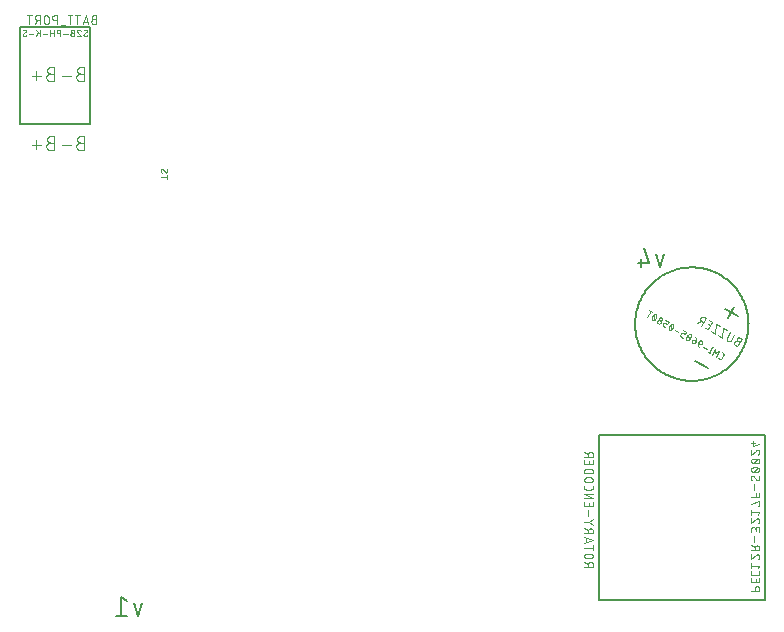
<source format=gbr>
G04 EAGLE Gerber RS-274X export*
G75*
%MOMM*%
%FSLAX34Y34*%
%LPD*%
%INSilkscreen Bottom*%
%IPPOS*%
%AMOC8*
5,1,8,0,0,1.08239X$1,22.5*%
G01*
%ADD10C,0.050800*%
%ADD11C,0.152400*%
%ADD12C,0.101600*%
%ADD13C,0.076200*%


D10*
X120396Y391782D02*
X125984Y391782D01*
X125984Y390230D02*
X125984Y393334D01*
X121638Y398272D02*
X121568Y398270D01*
X121499Y398264D01*
X121430Y398254D01*
X121362Y398241D01*
X121294Y398223D01*
X121228Y398202D01*
X121163Y398177D01*
X121099Y398149D01*
X121037Y398117D01*
X120977Y398082D01*
X120919Y398043D01*
X120864Y398001D01*
X120810Y397956D01*
X120760Y397908D01*
X120712Y397858D01*
X120667Y397804D01*
X120625Y397749D01*
X120586Y397691D01*
X120551Y397631D01*
X120519Y397569D01*
X120491Y397505D01*
X120466Y397440D01*
X120445Y397374D01*
X120427Y397306D01*
X120414Y397238D01*
X120404Y397169D01*
X120398Y397100D01*
X120396Y397030D01*
X120398Y396931D01*
X120403Y396833D01*
X120413Y396735D01*
X120426Y396637D01*
X120442Y396540D01*
X120462Y396443D01*
X120486Y396348D01*
X120514Y396253D01*
X120545Y396159D01*
X120579Y396067D01*
X120617Y395976D01*
X120658Y395886D01*
X120703Y395798D01*
X120751Y395712D01*
X120802Y395628D01*
X120856Y395546D01*
X120914Y395465D01*
X120974Y395387D01*
X121037Y395312D01*
X121103Y395238D01*
X121172Y395168D01*
X124742Y395323D02*
X124812Y395325D01*
X124881Y395331D01*
X124950Y395341D01*
X125018Y395354D01*
X125086Y395372D01*
X125152Y395393D01*
X125217Y395418D01*
X125281Y395446D01*
X125343Y395478D01*
X125403Y395513D01*
X125461Y395552D01*
X125516Y395594D01*
X125570Y395639D01*
X125620Y395687D01*
X125668Y395737D01*
X125713Y395791D01*
X125755Y395846D01*
X125794Y395904D01*
X125829Y395964D01*
X125861Y396026D01*
X125889Y396090D01*
X125914Y396155D01*
X125935Y396221D01*
X125953Y396289D01*
X125966Y396357D01*
X125976Y396426D01*
X125982Y396495D01*
X125984Y396565D01*
X125982Y396659D01*
X125976Y396752D01*
X125967Y396845D01*
X125954Y396938D01*
X125937Y397030D01*
X125917Y397121D01*
X125892Y397212D01*
X125865Y397301D01*
X125833Y397389D01*
X125798Y397476D01*
X125760Y397562D01*
X125718Y397645D01*
X125673Y397727D01*
X125625Y397808D01*
X125573Y397886D01*
X125518Y397962D01*
X123656Y395944D02*
X123692Y395885D01*
X123732Y395829D01*
X123775Y395775D01*
X123820Y395723D01*
X123869Y395674D01*
X123920Y395628D01*
X123973Y395585D01*
X124029Y395544D01*
X124087Y395507D01*
X124147Y395472D01*
X124208Y395442D01*
X124271Y395414D01*
X124336Y395390D01*
X124402Y395370D01*
X124469Y395353D01*
X124536Y395340D01*
X124604Y395331D01*
X124673Y395325D01*
X124742Y395323D01*
X122724Y397651D02*
X122688Y397710D01*
X122648Y397766D01*
X122605Y397820D01*
X122560Y397872D01*
X122511Y397921D01*
X122460Y397967D01*
X122407Y398010D01*
X122351Y398051D01*
X122293Y398088D01*
X122233Y398123D01*
X122172Y398153D01*
X122109Y398181D01*
X122044Y398205D01*
X121978Y398225D01*
X121911Y398242D01*
X121844Y398255D01*
X121776Y398264D01*
X121707Y398270D01*
X121638Y398272D01*
X122724Y397651D02*
X123656Y395944D01*
D11*
X104648Y30649D02*
X101036Y19812D01*
X97423Y30649D01*
X91483Y32456D02*
X86968Y36068D01*
X86968Y19812D01*
X91483Y19812D02*
X82452Y19812D01*
X542996Y315214D02*
X546608Y326051D01*
X539383Y326051D02*
X542996Y315214D01*
X533443Y318826D02*
X529831Y331470D01*
X533443Y318826D02*
X524412Y318826D01*
X527121Y322439D02*
X527121Y315214D01*
X60840Y518800D02*
X840Y518800D01*
X60840Y518800D02*
X60840Y436300D01*
X840Y436300D01*
X840Y518800D01*
D12*
X26724Y479129D02*
X29970Y479129D01*
X26724Y479130D02*
X26611Y479128D01*
X26498Y479122D01*
X26385Y479112D01*
X26272Y479098D01*
X26160Y479081D01*
X26049Y479059D01*
X25939Y479034D01*
X25829Y479004D01*
X25721Y478971D01*
X25614Y478934D01*
X25508Y478894D01*
X25404Y478849D01*
X25301Y478801D01*
X25200Y478750D01*
X25101Y478695D01*
X25004Y478637D01*
X24909Y478575D01*
X24816Y478510D01*
X24726Y478442D01*
X24638Y478371D01*
X24552Y478296D01*
X24469Y478219D01*
X24389Y478139D01*
X24312Y478056D01*
X24237Y477970D01*
X24166Y477882D01*
X24098Y477792D01*
X24033Y477699D01*
X23971Y477604D01*
X23913Y477507D01*
X23858Y477408D01*
X23807Y477307D01*
X23759Y477204D01*
X23714Y477100D01*
X23674Y476994D01*
X23637Y476887D01*
X23604Y476779D01*
X23574Y476669D01*
X23549Y476559D01*
X23527Y476448D01*
X23510Y476336D01*
X23496Y476223D01*
X23486Y476110D01*
X23480Y475997D01*
X23478Y475884D01*
X23480Y475771D01*
X23486Y475658D01*
X23496Y475545D01*
X23510Y475432D01*
X23527Y475320D01*
X23549Y475209D01*
X23574Y475099D01*
X23604Y474989D01*
X23637Y474881D01*
X23674Y474774D01*
X23714Y474668D01*
X23759Y474564D01*
X23807Y474461D01*
X23858Y474360D01*
X23913Y474261D01*
X23971Y474164D01*
X24033Y474069D01*
X24098Y473976D01*
X24166Y473886D01*
X24237Y473798D01*
X24312Y473712D01*
X24389Y473629D01*
X24469Y473549D01*
X24552Y473472D01*
X24638Y473397D01*
X24726Y473326D01*
X24816Y473258D01*
X24909Y473193D01*
X25004Y473131D01*
X25101Y473073D01*
X25200Y473018D01*
X25301Y472967D01*
X25404Y472919D01*
X25508Y472874D01*
X25614Y472834D01*
X25721Y472797D01*
X25829Y472764D01*
X25939Y472734D01*
X26049Y472709D01*
X26160Y472687D01*
X26272Y472670D01*
X26385Y472656D01*
X26498Y472646D01*
X26611Y472640D01*
X26724Y472638D01*
X29970Y472638D01*
X29970Y484322D01*
X26724Y484322D01*
X26623Y484320D01*
X26523Y484314D01*
X26423Y484304D01*
X26323Y484291D01*
X26224Y484273D01*
X26125Y484252D01*
X26028Y484227D01*
X25931Y484198D01*
X25836Y484165D01*
X25742Y484129D01*
X25650Y484089D01*
X25559Y484046D01*
X25470Y483999D01*
X25383Y483949D01*
X25297Y483895D01*
X25214Y483838D01*
X25134Y483778D01*
X25055Y483715D01*
X24979Y483648D01*
X24906Y483579D01*
X24836Y483507D01*
X24768Y483433D01*
X24703Y483356D01*
X24642Y483276D01*
X24583Y483194D01*
X24528Y483110D01*
X24476Y483024D01*
X24427Y482936D01*
X24382Y482846D01*
X24340Y482754D01*
X24302Y482661D01*
X24268Y482566D01*
X24237Y482471D01*
X24210Y482374D01*
X24187Y482276D01*
X24167Y482177D01*
X24152Y482077D01*
X24140Y481977D01*
X24132Y481877D01*
X24128Y481776D01*
X24128Y481676D01*
X24132Y481575D01*
X24140Y481475D01*
X24152Y481375D01*
X24167Y481275D01*
X24187Y481176D01*
X24210Y481078D01*
X24237Y480981D01*
X24268Y480886D01*
X24302Y480791D01*
X24340Y480698D01*
X24382Y480606D01*
X24427Y480516D01*
X24476Y480428D01*
X24528Y480342D01*
X24583Y480258D01*
X24642Y480176D01*
X24703Y480096D01*
X24768Y480019D01*
X24836Y479945D01*
X24906Y479873D01*
X24979Y479804D01*
X25055Y479737D01*
X25134Y479674D01*
X25214Y479614D01*
X25297Y479557D01*
X25383Y479503D01*
X25470Y479453D01*
X25559Y479406D01*
X25650Y479363D01*
X25742Y479323D01*
X25836Y479287D01*
X25931Y479254D01*
X26028Y479225D01*
X26125Y479200D01*
X26224Y479179D01*
X26323Y479161D01*
X26423Y479148D01*
X26523Y479138D01*
X26623Y479132D01*
X26724Y479130D01*
X18977Y477182D02*
X11188Y477182D01*
X15083Y481076D02*
X15083Y473287D01*
X26724Y420709D02*
X29970Y420709D01*
X26724Y420710D02*
X26611Y420708D01*
X26498Y420702D01*
X26385Y420692D01*
X26272Y420678D01*
X26160Y420661D01*
X26049Y420639D01*
X25939Y420614D01*
X25829Y420584D01*
X25721Y420551D01*
X25614Y420514D01*
X25508Y420474D01*
X25404Y420429D01*
X25301Y420381D01*
X25200Y420330D01*
X25101Y420275D01*
X25004Y420217D01*
X24909Y420155D01*
X24816Y420090D01*
X24726Y420022D01*
X24638Y419951D01*
X24552Y419876D01*
X24469Y419799D01*
X24389Y419719D01*
X24312Y419636D01*
X24237Y419550D01*
X24166Y419462D01*
X24098Y419372D01*
X24033Y419279D01*
X23971Y419184D01*
X23913Y419087D01*
X23858Y418988D01*
X23807Y418887D01*
X23759Y418784D01*
X23714Y418680D01*
X23674Y418574D01*
X23637Y418467D01*
X23604Y418359D01*
X23574Y418249D01*
X23549Y418139D01*
X23527Y418028D01*
X23510Y417916D01*
X23496Y417803D01*
X23486Y417690D01*
X23480Y417577D01*
X23478Y417464D01*
X23480Y417351D01*
X23486Y417238D01*
X23496Y417125D01*
X23510Y417012D01*
X23527Y416900D01*
X23549Y416789D01*
X23574Y416679D01*
X23604Y416569D01*
X23637Y416461D01*
X23674Y416354D01*
X23714Y416248D01*
X23759Y416144D01*
X23807Y416041D01*
X23858Y415940D01*
X23913Y415841D01*
X23971Y415744D01*
X24033Y415649D01*
X24098Y415556D01*
X24166Y415466D01*
X24237Y415378D01*
X24312Y415292D01*
X24389Y415209D01*
X24469Y415129D01*
X24552Y415052D01*
X24638Y414977D01*
X24726Y414906D01*
X24816Y414838D01*
X24909Y414773D01*
X25004Y414711D01*
X25101Y414653D01*
X25200Y414598D01*
X25301Y414547D01*
X25404Y414499D01*
X25508Y414454D01*
X25614Y414414D01*
X25721Y414377D01*
X25829Y414344D01*
X25939Y414314D01*
X26049Y414289D01*
X26160Y414267D01*
X26272Y414250D01*
X26385Y414236D01*
X26498Y414226D01*
X26611Y414220D01*
X26724Y414218D01*
X29970Y414218D01*
X29970Y425902D01*
X26724Y425902D01*
X26623Y425900D01*
X26523Y425894D01*
X26423Y425884D01*
X26323Y425871D01*
X26224Y425853D01*
X26125Y425832D01*
X26028Y425807D01*
X25931Y425778D01*
X25836Y425745D01*
X25742Y425709D01*
X25650Y425669D01*
X25559Y425626D01*
X25470Y425579D01*
X25383Y425529D01*
X25297Y425475D01*
X25214Y425418D01*
X25134Y425358D01*
X25055Y425295D01*
X24979Y425228D01*
X24906Y425159D01*
X24836Y425087D01*
X24768Y425013D01*
X24703Y424936D01*
X24642Y424856D01*
X24583Y424774D01*
X24528Y424690D01*
X24476Y424604D01*
X24427Y424516D01*
X24382Y424426D01*
X24340Y424334D01*
X24302Y424241D01*
X24268Y424146D01*
X24237Y424051D01*
X24210Y423954D01*
X24187Y423856D01*
X24167Y423757D01*
X24152Y423657D01*
X24140Y423557D01*
X24132Y423457D01*
X24128Y423356D01*
X24128Y423256D01*
X24132Y423155D01*
X24140Y423055D01*
X24152Y422955D01*
X24167Y422855D01*
X24187Y422756D01*
X24210Y422658D01*
X24237Y422561D01*
X24268Y422466D01*
X24302Y422371D01*
X24340Y422278D01*
X24382Y422186D01*
X24427Y422096D01*
X24476Y422008D01*
X24528Y421922D01*
X24583Y421838D01*
X24642Y421756D01*
X24703Y421676D01*
X24768Y421599D01*
X24836Y421525D01*
X24906Y421453D01*
X24979Y421384D01*
X25055Y421317D01*
X25134Y421254D01*
X25214Y421194D01*
X25297Y421137D01*
X25383Y421083D01*
X25470Y421033D01*
X25559Y420986D01*
X25650Y420943D01*
X25742Y420903D01*
X25836Y420867D01*
X25931Y420834D01*
X26028Y420805D01*
X26125Y420780D01*
X26224Y420759D01*
X26323Y420741D01*
X26423Y420728D01*
X26523Y420718D01*
X26623Y420712D01*
X26724Y420710D01*
X18977Y418762D02*
X11188Y418762D01*
X15083Y422656D02*
X15083Y414867D01*
X52124Y479129D02*
X55370Y479129D01*
X52124Y479130D02*
X52011Y479128D01*
X51898Y479122D01*
X51785Y479112D01*
X51672Y479098D01*
X51560Y479081D01*
X51449Y479059D01*
X51339Y479034D01*
X51229Y479004D01*
X51121Y478971D01*
X51014Y478934D01*
X50908Y478894D01*
X50804Y478849D01*
X50701Y478801D01*
X50600Y478750D01*
X50501Y478695D01*
X50404Y478637D01*
X50309Y478575D01*
X50216Y478510D01*
X50126Y478442D01*
X50038Y478371D01*
X49952Y478296D01*
X49869Y478219D01*
X49789Y478139D01*
X49712Y478056D01*
X49637Y477970D01*
X49566Y477882D01*
X49498Y477792D01*
X49433Y477699D01*
X49371Y477604D01*
X49313Y477507D01*
X49258Y477408D01*
X49207Y477307D01*
X49159Y477204D01*
X49114Y477100D01*
X49074Y476994D01*
X49037Y476887D01*
X49004Y476779D01*
X48974Y476669D01*
X48949Y476559D01*
X48927Y476448D01*
X48910Y476336D01*
X48896Y476223D01*
X48886Y476110D01*
X48880Y475997D01*
X48878Y475884D01*
X48880Y475771D01*
X48886Y475658D01*
X48896Y475545D01*
X48910Y475432D01*
X48927Y475320D01*
X48949Y475209D01*
X48974Y475099D01*
X49004Y474989D01*
X49037Y474881D01*
X49074Y474774D01*
X49114Y474668D01*
X49159Y474564D01*
X49207Y474461D01*
X49258Y474360D01*
X49313Y474261D01*
X49371Y474164D01*
X49433Y474069D01*
X49498Y473976D01*
X49566Y473886D01*
X49637Y473798D01*
X49712Y473712D01*
X49789Y473629D01*
X49869Y473549D01*
X49952Y473472D01*
X50038Y473397D01*
X50126Y473326D01*
X50216Y473258D01*
X50309Y473193D01*
X50404Y473131D01*
X50501Y473073D01*
X50600Y473018D01*
X50701Y472967D01*
X50804Y472919D01*
X50908Y472874D01*
X51014Y472834D01*
X51121Y472797D01*
X51229Y472764D01*
X51339Y472734D01*
X51449Y472709D01*
X51560Y472687D01*
X51672Y472670D01*
X51785Y472656D01*
X51898Y472646D01*
X52011Y472640D01*
X52124Y472638D01*
X55370Y472638D01*
X55370Y484322D01*
X52124Y484322D01*
X52023Y484320D01*
X51923Y484314D01*
X51823Y484304D01*
X51723Y484291D01*
X51624Y484273D01*
X51525Y484252D01*
X51428Y484227D01*
X51331Y484198D01*
X51236Y484165D01*
X51142Y484129D01*
X51050Y484089D01*
X50959Y484046D01*
X50870Y483999D01*
X50783Y483949D01*
X50697Y483895D01*
X50614Y483838D01*
X50534Y483778D01*
X50455Y483715D01*
X50379Y483648D01*
X50306Y483579D01*
X50236Y483507D01*
X50168Y483433D01*
X50103Y483356D01*
X50042Y483276D01*
X49983Y483194D01*
X49928Y483110D01*
X49876Y483024D01*
X49827Y482936D01*
X49782Y482846D01*
X49740Y482754D01*
X49702Y482661D01*
X49668Y482566D01*
X49637Y482471D01*
X49610Y482374D01*
X49587Y482276D01*
X49567Y482177D01*
X49552Y482077D01*
X49540Y481977D01*
X49532Y481877D01*
X49528Y481776D01*
X49528Y481676D01*
X49532Y481575D01*
X49540Y481475D01*
X49552Y481375D01*
X49567Y481275D01*
X49587Y481176D01*
X49610Y481078D01*
X49637Y480981D01*
X49668Y480886D01*
X49702Y480791D01*
X49740Y480698D01*
X49782Y480606D01*
X49827Y480516D01*
X49876Y480428D01*
X49928Y480342D01*
X49983Y480258D01*
X50042Y480176D01*
X50103Y480096D01*
X50168Y480019D01*
X50236Y479945D01*
X50306Y479873D01*
X50379Y479804D01*
X50455Y479737D01*
X50534Y479674D01*
X50614Y479614D01*
X50697Y479557D01*
X50783Y479503D01*
X50870Y479453D01*
X50959Y479406D01*
X51050Y479363D01*
X51142Y479323D01*
X51236Y479287D01*
X51331Y479254D01*
X51428Y479225D01*
X51525Y479200D01*
X51624Y479179D01*
X51723Y479161D01*
X51823Y479148D01*
X51923Y479138D01*
X52023Y479132D01*
X52124Y479130D01*
X44377Y477182D02*
X36588Y477182D01*
X52124Y420709D02*
X55370Y420709D01*
X52124Y420710D02*
X52011Y420708D01*
X51898Y420702D01*
X51785Y420692D01*
X51672Y420678D01*
X51560Y420661D01*
X51449Y420639D01*
X51339Y420614D01*
X51229Y420584D01*
X51121Y420551D01*
X51014Y420514D01*
X50908Y420474D01*
X50804Y420429D01*
X50701Y420381D01*
X50600Y420330D01*
X50501Y420275D01*
X50404Y420217D01*
X50309Y420155D01*
X50216Y420090D01*
X50126Y420022D01*
X50038Y419951D01*
X49952Y419876D01*
X49869Y419799D01*
X49789Y419719D01*
X49712Y419636D01*
X49637Y419550D01*
X49566Y419462D01*
X49498Y419372D01*
X49433Y419279D01*
X49371Y419184D01*
X49313Y419087D01*
X49258Y418988D01*
X49207Y418887D01*
X49159Y418784D01*
X49114Y418680D01*
X49074Y418574D01*
X49037Y418467D01*
X49004Y418359D01*
X48974Y418249D01*
X48949Y418139D01*
X48927Y418028D01*
X48910Y417916D01*
X48896Y417803D01*
X48886Y417690D01*
X48880Y417577D01*
X48878Y417464D01*
X48880Y417351D01*
X48886Y417238D01*
X48896Y417125D01*
X48910Y417012D01*
X48927Y416900D01*
X48949Y416789D01*
X48974Y416679D01*
X49004Y416569D01*
X49037Y416461D01*
X49074Y416354D01*
X49114Y416248D01*
X49159Y416144D01*
X49207Y416041D01*
X49258Y415940D01*
X49313Y415841D01*
X49371Y415744D01*
X49433Y415649D01*
X49498Y415556D01*
X49566Y415466D01*
X49637Y415378D01*
X49712Y415292D01*
X49789Y415209D01*
X49869Y415129D01*
X49952Y415052D01*
X50038Y414977D01*
X50126Y414906D01*
X50216Y414838D01*
X50309Y414773D01*
X50404Y414711D01*
X50501Y414653D01*
X50600Y414598D01*
X50701Y414547D01*
X50804Y414499D01*
X50908Y414454D01*
X51014Y414414D01*
X51121Y414377D01*
X51229Y414344D01*
X51339Y414314D01*
X51449Y414289D01*
X51560Y414267D01*
X51672Y414250D01*
X51785Y414236D01*
X51898Y414226D01*
X52011Y414220D01*
X52124Y414218D01*
X55370Y414218D01*
X55370Y425902D01*
X52124Y425902D01*
X52023Y425900D01*
X51923Y425894D01*
X51823Y425884D01*
X51723Y425871D01*
X51624Y425853D01*
X51525Y425832D01*
X51428Y425807D01*
X51331Y425778D01*
X51236Y425745D01*
X51142Y425709D01*
X51050Y425669D01*
X50959Y425626D01*
X50870Y425579D01*
X50783Y425529D01*
X50697Y425475D01*
X50614Y425418D01*
X50534Y425358D01*
X50455Y425295D01*
X50379Y425228D01*
X50306Y425159D01*
X50236Y425087D01*
X50168Y425013D01*
X50103Y424936D01*
X50042Y424856D01*
X49983Y424774D01*
X49928Y424690D01*
X49876Y424604D01*
X49827Y424516D01*
X49782Y424426D01*
X49740Y424334D01*
X49702Y424241D01*
X49668Y424146D01*
X49637Y424051D01*
X49610Y423954D01*
X49587Y423856D01*
X49567Y423757D01*
X49552Y423657D01*
X49540Y423557D01*
X49532Y423457D01*
X49528Y423356D01*
X49528Y423256D01*
X49532Y423155D01*
X49540Y423055D01*
X49552Y422955D01*
X49567Y422855D01*
X49587Y422756D01*
X49610Y422658D01*
X49637Y422561D01*
X49668Y422466D01*
X49702Y422371D01*
X49740Y422278D01*
X49782Y422186D01*
X49827Y422096D01*
X49876Y422008D01*
X49928Y421922D01*
X49983Y421838D01*
X50042Y421756D01*
X50103Y421676D01*
X50168Y421599D01*
X50236Y421525D01*
X50306Y421453D01*
X50379Y421384D01*
X50455Y421317D01*
X50534Y421254D01*
X50614Y421194D01*
X50697Y421137D01*
X50783Y421083D01*
X50870Y421033D01*
X50959Y420986D01*
X51050Y420943D01*
X51142Y420903D01*
X51236Y420867D01*
X51331Y420834D01*
X51428Y420805D01*
X51525Y420780D01*
X51624Y420759D01*
X51723Y420741D01*
X51823Y420728D01*
X51923Y420718D01*
X52023Y420712D01*
X52124Y420710D01*
X44377Y418762D02*
X36588Y418762D01*
D13*
X63613Y525173D02*
X65659Y525173D01*
X63613Y525173D02*
X63524Y525171D01*
X63435Y525165D01*
X63346Y525155D01*
X63258Y525142D01*
X63170Y525125D01*
X63083Y525103D01*
X62998Y525078D01*
X62913Y525050D01*
X62830Y525017D01*
X62748Y524981D01*
X62668Y524942D01*
X62590Y524899D01*
X62514Y524853D01*
X62439Y524803D01*
X62367Y524750D01*
X62298Y524694D01*
X62231Y524635D01*
X62166Y524574D01*
X62105Y524509D01*
X62046Y524442D01*
X61990Y524373D01*
X61937Y524301D01*
X61887Y524226D01*
X61841Y524150D01*
X61798Y524072D01*
X61759Y523992D01*
X61723Y523910D01*
X61690Y523827D01*
X61662Y523742D01*
X61637Y523657D01*
X61615Y523570D01*
X61598Y523482D01*
X61585Y523394D01*
X61575Y523305D01*
X61569Y523216D01*
X61567Y523127D01*
X61569Y523038D01*
X61575Y522949D01*
X61585Y522860D01*
X61598Y522772D01*
X61615Y522684D01*
X61637Y522597D01*
X61662Y522512D01*
X61690Y522427D01*
X61723Y522344D01*
X61759Y522262D01*
X61798Y522182D01*
X61841Y522104D01*
X61887Y522028D01*
X61937Y521953D01*
X61990Y521881D01*
X62046Y521812D01*
X62105Y521745D01*
X62166Y521680D01*
X62231Y521619D01*
X62298Y521560D01*
X62367Y521504D01*
X62439Y521451D01*
X62514Y521401D01*
X62590Y521355D01*
X62668Y521312D01*
X62748Y521273D01*
X62830Y521237D01*
X62913Y521204D01*
X62998Y521176D01*
X63083Y521151D01*
X63170Y521129D01*
X63258Y521112D01*
X63346Y521099D01*
X63435Y521089D01*
X63524Y521083D01*
X63613Y521081D01*
X65659Y521081D01*
X65659Y528447D01*
X63613Y528447D01*
X63534Y528445D01*
X63455Y528439D01*
X63376Y528430D01*
X63298Y528417D01*
X63221Y528399D01*
X63145Y528379D01*
X63070Y528354D01*
X62996Y528326D01*
X62923Y528295D01*
X62852Y528259D01*
X62783Y528221D01*
X62716Y528179D01*
X62651Y528134D01*
X62588Y528086D01*
X62527Y528035D01*
X62470Y527981D01*
X62414Y527925D01*
X62362Y527866D01*
X62312Y527804D01*
X62266Y527740D01*
X62222Y527674D01*
X62182Y527606D01*
X62146Y527536D01*
X62112Y527464D01*
X62082Y527390D01*
X62056Y527316D01*
X62033Y527240D01*
X62015Y527163D01*
X61999Y527086D01*
X61988Y527007D01*
X61980Y526929D01*
X61976Y526850D01*
X61976Y526770D01*
X61980Y526691D01*
X61988Y526613D01*
X61999Y526534D01*
X62015Y526457D01*
X62033Y526380D01*
X62056Y526304D01*
X62082Y526230D01*
X62112Y526156D01*
X62146Y526084D01*
X62182Y526014D01*
X62222Y525946D01*
X62266Y525880D01*
X62312Y525816D01*
X62362Y525754D01*
X62414Y525695D01*
X62470Y525639D01*
X62527Y525585D01*
X62588Y525534D01*
X62651Y525486D01*
X62716Y525441D01*
X62783Y525399D01*
X62852Y525361D01*
X62923Y525325D01*
X62996Y525294D01*
X63070Y525266D01*
X63145Y525241D01*
X63221Y525221D01*
X63298Y525203D01*
X63376Y525190D01*
X63455Y525181D01*
X63534Y525175D01*
X63613Y525173D01*
X59115Y521081D02*
X56659Y528447D01*
X54204Y521081D01*
X54818Y522923D02*
X58501Y522923D01*
X49832Y521081D02*
X49832Y528447D01*
X51878Y528447D02*
X47786Y528447D01*
X43492Y528447D02*
X43492Y521081D01*
X45538Y528447D02*
X41446Y528447D01*
X39033Y520263D02*
X35759Y520263D01*
X32497Y521081D02*
X32497Y528447D01*
X30451Y528447D01*
X30362Y528445D01*
X30273Y528439D01*
X30184Y528429D01*
X30096Y528416D01*
X30008Y528399D01*
X29921Y528377D01*
X29836Y528352D01*
X29751Y528324D01*
X29668Y528291D01*
X29586Y528255D01*
X29506Y528216D01*
X29428Y528173D01*
X29352Y528127D01*
X29277Y528077D01*
X29205Y528024D01*
X29136Y527968D01*
X29069Y527909D01*
X29004Y527848D01*
X28943Y527783D01*
X28884Y527716D01*
X28828Y527647D01*
X28775Y527575D01*
X28725Y527500D01*
X28679Y527424D01*
X28636Y527346D01*
X28597Y527266D01*
X28561Y527184D01*
X28528Y527101D01*
X28500Y527016D01*
X28475Y526931D01*
X28453Y526844D01*
X28436Y526756D01*
X28423Y526668D01*
X28413Y526579D01*
X28407Y526490D01*
X28405Y526401D01*
X28407Y526312D01*
X28413Y526223D01*
X28423Y526134D01*
X28436Y526046D01*
X28453Y525958D01*
X28475Y525871D01*
X28500Y525786D01*
X28528Y525701D01*
X28561Y525618D01*
X28597Y525536D01*
X28636Y525456D01*
X28679Y525378D01*
X28725Y525302D01*
X28775Y525227D01*
X28828Y525155D01*
X28884Y525086D01*
X28943Y525019D01*
X29004Y524954D01*
X29069Y524893D01*
X29136Y524834D01*
X29205Y524778D01*
X29277Y524725D01*
X29352Y524675D01*
X29428Y524629D01*
X29506Y524586D01*
X29586Y524547D01*
X29668Y524511D01*
X29751Y524478D01*
X29836Y524450D01*
X29921Y524425D01*
X30008Y524403D01*
X30096Y524386D01*
X30184Y524373D01*
X30273Y524363D01*
X30362Y524357D01*
X30451Y524355D01*
X32497Y524355D01*
X25543Y523127D02*
X25543Y526401D01*
X25541Y526490D01*
X25535Y526579D01*
X25525Y526668D01*
X25512Y526756D01*
X25495Y526844D01*
X25473Y526931D01*
X25448Y527016D01*
X25420Y527101D01*
X25387Y527184D01*
X25351Y527266D01*
X25312Y527346D01*
X25269Y527424D01*
X25223Y527500D01*
X25173Y527575D01*
X25120Y527647D01*
X25064Y527716D01*
X25005Y527783D01*
X24944Y527848D01*
X24879Y527909D01*
X24812Y527968D01*
X24743Y528024D01*
X24671Y528077D01*
X24596Y528127D01*
X24520Y528173D01*
X24442Y528216D01*
X24362Y528255D01*
X24280Y528291D01*
X24197Y528324D01*
X24112Y528352D01*
X24027Y528377D01*
X23940Y528399D01*
X23852Y528416D01*
X23764Y528429D01*
X23675Y528439D01*
X23586Y528445D01*
X23497Y528447D01*
X23408Y528445D01*
X23319Y528439D01*
X23230Y528429D01*
X23142Y528416D01*
X23054Y528399D01*
X22967Y528377D01*
X22882Y528352D01*
X22797Y528324D01*
X22714Y528291D01*
X22632Y528255D01*
X22552Y528216D01*
X22474Y528173D01*
X22398Y528127D01*
X22323Y528077D01*
X22251Y528024D01*
X22182Y527968D01*
X22115Y527909D01*
X22050Y527848D01*
X21989Y527783D01*
X21930Y527716D01*
X21874Y527647D01*
X21821Y527575D01*
X21771Y527500D01*
X21725Y527424D01*
X21682Y527346D01*
X21643Y527266D01*
X21607Y527184D01*
X21574Y527101D01*
X21546Y527016D01*
X21521Y526931D01*
X21499Y526844D01*
X21482Y526756D01*
X21469Y526668D01*
X21459Y526579D01*
X21453Y526490D01*
X21451Y526401D01*
X21451Y523127D01*
X21453Y523038D01*
X21459Y522949D01*
X21469Y522860D01*
X21482Y522772D01*
X21499Y522684D01*
X21521Y522597D01*
X21546Y522512D01*
X21574Y522427D01*
X21607Y522344D01*
X21643Y522262D01*
X21682Y522182D01*
X21725Y522104D01*
X21771Y522028D01*
X21821Y521953D01*
X21874Y521881D01*
X21930Y521812D01*
X21989Y521745D01*
X22050Y521680D01*
X22115Y521619D01*
X22182Y521560D01*
X22251Y521504D01*
X22323Y521451D01*
X22398Y521401D01*
X22474Y521355D01*
X22552Y521312D01*
X22632Y521273D01*
X22714Y521237D01*
X22797Y521204D01*
X22882Y521176D01*
X22967Y521151D01*
X23054Y521129D01*
X23142Y521112D01*
X23230Y521099D01*
X23319Y521089D01*
X23408Y521083D01*
X23497Y521081D01*
X23586Y521083D01*
X23675Y521089D01*
X23764Y521099D01*
X23852Y521112D01*
X23940Y521129D01*
X24027Y521151D01*
X24112Y521176D01*
X24197Y521204D01*
X24280Y521237D01*
X24362Y521273D01*
X24442Y521312D01*
X24520Y521355D01*
X24596Y521401D01*
X24671Y521451D01*
X24743Y521504D01*
X24812Y521560D01*
X24879Y521619D01*
X24944Y521680D01*
X25005Y521745D01*
X25064Y521812D01*
X25120Y521881D01*
X25173Y521953D01*
X25223Y522028D01*
X25269Y522104D01*
X25312Y522182D01*
X25351Y522262D01*
X25387Y522344D01*
X25420Y522427D01*
X25448Y522512D01*
X25473Y522597D01*
X25495Y522684D01*
X25512Y522772D01*
X25525Y522860D01*
X25535Y522949D01*
X25541Y523038D01*
X25543Y523127D01*
X17933Y521081D02*
X17933Y528447D01*
X15887Y528447D01*
X15798Y528445D01*
X15709Y528439D01*
X15620Y528429D01*
X15532Y528416D01*
X15444Y528399D01*
X15357Y528377D01*
X15272Y528352D01*
X15187Y528324D01*
X15104Y528291D01*
X15022Y528255D01*
X14942Y528216D01*
X14864Y528173D01*
X14788Y528127D01*
X14713Y528077D01*
X14641Y528024D01*
X14572Y527968D01*
X14505Y527909D01*
X14440Y527848D01*
X14379Y527783D01*
X14320Y527716D01*
X14264Y527647D01*
X14211Y527575D01*
X14161Y527500D01*
X14115Y527424D01*
X14072Y527346D01*
X14033Y527266D01*
X13997Y527184D01*
X13964Y527101D01*
X13936Y527016D01*
X13911Y526931D01*
X13889Y526844D01*
X13872Y526756D01*
X13859Y526668D01*
X13849Y526579D01*
X13843Y526490D01*
X13841Y526401D01*
X13843Y526312D01*
X13849Y526223D01*
X13859Y526134D01*
X13872Y526046D01*
X13889Y525958D01*
X13911Y525871D01*
X13936Y525786D01*
X13964Y525701D01*
X13997Y525618D01*
X14033Y525536D01*
X14072Y525456D01*
X14115Y525378D01*
X14161Y525302D01*
X14211Y525227D01*
X14264Y525155D01*
X14320Y525086D01*
X14379Y525019D01*
X14440Y524954D01*
X14505Y524893D01*
X14572Y524834D01*
X14641Y524778D01*
X14713Y524725D01*
X14788Y524675D01*
X14864Y524629D01*
X14942Y524586D01*
X15022Y524547D01*
X15104Y524511D01*
X15187Y524478D01*
X15272Y524450D01*
X15357Y524425D01*
X15444Y524403D01*
X15532Y524386D01*
X15620Y524373D01*
X15709Y524363D01*
X15798Y524357D01*
X15887Y524355D01*
X17933Y524355D01*
X15478Y524355D02*
X13841Y521081D01*
X9111Y521081D02*
X9111Y528447D01*
X11157Y528447D02*
X7064Y528447D01*
D10*
X54923Y511888D02*
X54925Y511818D01*
X54931Y511749D01*
X54941Y511680D01*
X54954Y511612D01*
X54972Y511544D01*
X54993Y511478D01*
X55018Y511413D01*
X55046Y511349D01*
X55078Y511287D01*
X55113Y511227D01*
X55152Y511169D01*
X55194Y511114D01*
X55239Y511060D01*
X55287Y511010D01*
X55337Y510962D01*
X55391Y510917D01*
X55446Y510875D01*
X55504Y510836D01*
X55564Y510801D01*
X55626Y510769D01*
X55690Y510741D01*
X55755Y510716D01*
X55821Y510695D01*
X55889Y510677D01*
X55957Y510664D01*
X56026Y510654D01*
X56095Y510648D01*
X56165Y510646D01*
X56264Y510648D01*
X56362Y510653D01*
X56460Y510663D01*
X56558Y510676D01*
X56655Y510692D01*
X56752Y510712D01*
X56847Y510736D01*
X56942Y510764D01*
X57036Y510795D01*
X57128Y510829D01*
X57219Y510867D01*
X57309Y510908D01*
X57397Y510953D01*
X57483Y511001D01*
X57567Y511052D01*
X57649Y511106D01*
X57730Y511164D01*
X57808Y511224D01*
X57883Y511287D01*
X57957Y511353D01*
X58027Y511422D01*
X57873Y514992D02*
X57871Y515062D01*
X57865Y515131D01*
X57855Y515200D01*
X57842Y515268D01*
X57824Y515336D01*
X57803Y515402D01*
X57778Y515467D01*
X57750Y515531D01*
X57718Y515593D01*
X57683Y515653D01*
X57644Y515711D01*
X57602Y515766D01*
X57557Y515820D01*
X57509Y515870D01*
X57459Y515918D01*
X57405Y515963D01*
X57350Y516005D01*
X57292Y516044D01*
X57232Y516079D01*
X57170Y516111D01*
X57106Y516139D01*
X57041Y516164D01*
X56975Y516185D01*
X56907Y516203D01*
X56839Y516216D01*
X56770Y516226D01*
X56701Y516232D01*
X56631Y516234D01*
X56537Y516232D01*
X56444Y516226D01*
X56351Y516217D01*
X56258Y516204D01*
X56166Y516187D01*
X56075Y516167D01*
X55984Y516142D01*
X55895Y516115D01*
X55807Y516083D01*
X55720Y516048D01*
X55634Y516010D01*
X55551Y515968D01*
X55468Y515923D01*
X55388Y515875D01*
X55310Y515823D01*
X55234Y515768D01*
X57252Y513906D02*
X57311Y513942D01*
X57367Y513982D01*
X57421Y514025D01*
X57473Y514070D01*
X57522Y514119D01*
X57568Y514170D01*
X57611Y514223D01*
X57652Y514279D01*
X57689Y514337D01*
X57724Y514397D01*
X57754Y514458D01*
X57782Y514521D01*
X57806Y514586D01*
X57826Y514652D01*
X57843Y514719D01*
X57856Y514786D01*
X57865Y514854D01*
X57871Y514923D01*
X57873Y514992D01*
X55545Y512974D02*
X55486Y512938D01*
X55430Y512898D01*
X55376Y512855D01*
X55324Y512810D01*
X55275Y512761D01*
X55229Y512710D01*
X55186Y512657D01*
X55145Y512601D01*
X55108Y512543D01*
X55073Y512484D01*
X55043Y512422D01*
X55015Y512359D01*
X54991Y512294D01*
X54971Y512228D01*
X54954Y512161D01*
X54941Y512094D01*
X54932Y512026D01*
X54926Y511957D01*
X54924Y511888D01*
X55544Y512974D02*
X57252Y513906D01*
X51017Y516234D02*
X50944Y516232D01*
X50871Y516226D01*
X50798Y516217D01*
X50727Y516203D01*
X50655Y516186D01*
X50585Y516166D01*
X50516Y516141D01*
X50449Y516113D01*
X50383Y516082D01*
X50319Y516047D01*
X50256Y516009D01*
X50196Y515967D01*
X50138Y515923D01*
X50082Y515875D01*
X50029Y515825D01*
X49979Y515772D01*
X49931Y515716D01*
X49887Y515658D01*
X49845Y515598D01*
X49807Y515536D01*
X49772Y515471D01*
X49741Y515405D01*
X49713Y515338D01*
X49688Y515269D01*
X49668Y515199D01*
X49651Y515127D01*
X49637Y515056D01*
X49628Y514983D01*
X49622Y514910D01*
X49620Y514837D01*
X51017Y516234D02*
X51101Y516232D01*
X51184Y516226D01*
X51267Y516217D01*
X51349Y516203D01*
X51431Y516186D01*
X51512Y516164D01*
X51592Y516139D01*
X51670Y516111D01*
X51748Y516079D01*
X51823Y516043D01*
X51897Y516004D01*
X51969Y515961D01*
X52039Y515915D01*
X52106Y515866D01*
X52172Y515813D01*
X52234Y515758D01*
X52294Y515700D01*
X52352Y515639D01*
X52406Y515576D01*
X52458Y515510D01*
X52506Y515442D01*
X52551Y515371D01*
X52593Y515299D01*
X52631Y515224D01*
X52666Y515148D01*
X52697Y515071D01*
X52725Y514992D01*
X50087Y513751D02*
X50033Y513804D01*
X49982Y513861D01*
X49934Y513920D01*
X49889Y513981D01*
X49848Y514044D01*
X49809Y514110D01*
X49774Y514177D01*
X49742Y514246D01*
X49714Y514317D01*
X49690Y514388D01*
X49669Y514461D01*
X49652Y514535D01*
X49638Y514610D01*
X49629Y514685D01*
X49623Y514761D01*
X49621Y514837D01*
X50086Y513750D02*
X52725Y510646D01*
X49620Y510646D01*
X46972Y513750D02*
X45420Y513750D01*
X45343Y513748D01*
X45265Y513742D01*
X45189Y513733D01*
X45112Y513719D01*
X45037Y513702D01*
X44963Y513681D01*
X44889Y513656D01*
X44817Y513628D01*
X44747Y513596D01*
X44678Y513561D01*
X44611Y513522D01*
X44546Y513480D01*
X44483Y513435D01*
X44422Y513387D01*
X44364Y513336D01*
X44309Y513282D01*
X44256Y513225D01*
X44207Y513166D01*
X44160Y513104D01*
X44116Y513040D01*
X44076Y512974D01*
X44039Y512906D01*
X44005Y512836D01*
X43975Y512765D01*
X43949Y512692D01*
X43926Y512618D01*
X43907Y512543D01*
X43892Y512468D01*
X43880Y512391D01*
X43872Y512314D01*
X43868Y512237D01*
X43868Y512159D01*
X43872Y512082D01*
X43880Y512005D01*
X43892Y511928D01*
X43907Y511853D01*
X43926Y511778D01*
X43949Y511704D01*
X43975Y511631D01*
X44005Y511560D01*
X44039Y511490D01*
X44076Y511422D01*
X44116Y511356D01*
X44160Y511292D01*
X44207Y511230D01*
X44256Y511171D01*
X44309Y511114D01*
X44364Y511060D01*
X44422Y511009D01*
X44483Y510961D01*
X44546Y510916D01*
X44611Y510874D01*
X44678Y510835D01*
X44747Y510800D01*
X44817Y510768D01*
X44889Y510740D01*
X44963Y510715D01*
X45037Y510694D01*
X45112Y510677D01*
X45189Y510663D01*
X45265Y510654D01*
X45343Y510648D01*
X45420Y510646D01*
X46972Y510646D01*
X46972Y516234D01*
X45420Y516234D01*
X45350Y516232D01*
X45281Y516226D01*
X45212Y516216D01*
X45144Y516203D01*
X45076Y516185D01*
X45010Y516164D01*
X44945Y516139D01*
X44881Y516111D01*
X44819Y516079D01*
X44759Y516044D01*
X44701Y516005D01*
X44646Y515963D01*
X44592Y515918D01*
X44542Y515870D01*
X44494Y515820D01*
X44449Y515766D01*
X44407Y515711D01*
X44368Y515653D01*
X44333Y515593D01*
X44301Y515531D01*
X44273Y515467D01*
X44248Y515402D01*
X44227Y515336D01*
X44209Y515268D01*
X44196Y515200D01*
X44186Y515131D01*
X44180Y515062D01*
X44178Y514992D01*
X44180Y514922D01*
X44186Y514853D01*
X44196Y514784D01*
X44209Y514716D01*
X44227Y514648D01*
X44248Y514582D01*
X44273Y514517D01*
X44301Y514453D01*
X44333Y514391D01*
X44368Y514331D01*
X44407Y514273D01*
X44449Y514218D01*
X44494Y514164D01*
X44542Y514114D01*
X44592Y514066D01*
X44646Y514021D01*
X44701Y513979D01*
X44759Y513940D01*
X44819Y513905D01*
X44881Y513873D01*
X44945Y513845D01*
X45010Y513820D01*
X45076Y513799D01*
X45144Y513781D01*
X45212Y513768D01*
X45281Y513758D01*
X45350Y513752D01*
X45420Y513750D01*
X41696Y512819D02*
X37971Y512819D01*
X35268Y510646D02*
X35268Y516234D01*
X33716Y516234D01*
X33639Y516232D01*
X33561Y516226D01*
X33485Y516217D01*
X33408Y516203D01*
X33333Y516186D01*
X33259Y516165D01*
X33185Y516140D01*
X33113Y516112D01*
X33043Y516080D01*
X32974Y516045D01*
X32907Y516006D01*
X32842Y515964D01*
X32779Y515919D01*
X32718Y515871D01*
X32660Y515820D01*
X32605Y515766D01*
X32552Y515709D01*
X32503Y515650D01*
X32456Y515588D01*
X32412Y515524D01*
X32372Y515458D01*
X32335Y515390D01*
X32301Y515320D01*
X32271Y515249D01*
X32245Y515176D01*
X32222Y515102D01*
X32203Y515027D01*
X32188Y514952D01*
X32176Y514875D01*
X32168Y514798D01*
X32164Y514721D01*
X32164Y514643D01*
X32168Y514566D01*
X32176Y514489D01*
X32188Y514412D01*
X32203Y514337D01*
X32222Y514262D01*
X32245Y514188D01*
X32271Y514115D01*
X32301Y514044D01*
X32335Y513974D01*
X32372Y513906D01*
X32412Y513840D01*
X32456Y513776D01*
X32503Y513714D01*
X32552Y513655D01*
X32605Y513598D01*
X32660Y513544D01*
X32718Y513493D01*
X32779Y513445D01*
X32842Y513400D01*
X32907Y513358D01*
X32974Y513319D01*
X33043Y513284D01*
X33113Y513252D01*
X33185Y513224D01*
X33259Y513199D01*
X33333Y513178D01*
X33408Y513161D01*
X33485Y513147D01*
X33561Y513138D01*
X33639Y513132D01*
X33716Y513130D01*
X35268Y513130D01*
X29865Y510646D02*
X29865Y516234D01*
X29865Y513750D02*
X26760Y513750D01*
X26760Y516234D02*
X26760Y510646D01*
X24140Y512819D02*
X20415Y512819D01*
X17712Y510646D02*
X17712Y516234D01*
X14607Y516234D02*
X17712Y512819D01*
X16470Y514061D02*
X14607Y510646D01*
X12436Y512819D02*
X8711Y512819D01*
X4594Y510646D02*
X4524Y510648D01*
X4455Y510654D01*
X4386Y510664D01*
X4318Y510677D01*
X4250Y510695D01*
X4184Y510716D01*
X4119Y510741D01*
X4055Y510769D01*
X3993Y510801D01*
X3933Y510836D01*
X3875Y510875D01*
X3820Y510917D01*
X3766Y510962D01*
X3716Y511010D01*
X3668Y511060D01*
X3623Y511114D01*
X3581Y511169D01*
X3542Y511227D01*
X3507Y511287D01*
X3475Y511349D01*
X3447Y511413D01*
X3422Y511478D01*
X3401Y511544D01*
X3383Y511612D01*
X3370Y511680D01*
X3360Y511749D01*
X3354Y511818D01*
X3352Y511888D01*
X4594Y510646D02*
X4693Y510648D01*
X4791Y510653D01*
X4889Y510663D01*
X4987Y510676D01*
X5084Y510692D01*
X5181Y510712D01*
X5276Y510736D01*
X5371Y510764D01*
X5465Y510795D01*
X5557Y510829D01*
X5648Y510867D01*
X5738Y510908D01*
X5826Y510953D01*
X5912Y511001D01*
X5996Y511052D01*
X6078Y511106D01*
X6159Y511164D01*
X6237Y511224D01*
X6312Y511287D01*
X6386Y511353D01*
X6456Y511422D01*
X6301Y514992D02*
X6299Y515062D01*
X6293Y515131D01*
X6283Y515200D01*
X6270Y515268D01*
X6252Y515336D01*
X6231Y515402D01*
X6206Y515467D01*
X6178Y515531D01*
X6146Y515593D01*
X6111Y515653D01*
X6072Y515711D01*
X6030Y515766D01*
X5985Y515820D01*
X5937Y515870D01*
X5887Y515918D01*
X5833Y515963D01*
X5778Y516005D01*
X5720Y516044D01*
X5660Y516079D01*
X5598Y516111D01*
X5534Y516139D01*
X5469Y516164D01*
X5403Y516185D01*
X5335Y516203D01*
X5267Y516216D01*
X5198Y516226D01*
X5129Y516232D01*
X5059Y516234D01*
X4965Y516232D01*
X4872Y516226D01*
X4779Y516217D01*
X4686Y516204D01*
X4594Y516187D01*
X4503Y516167D01*
X4412Y516142D01*
X4323Y516115D01*
X4235Y516083D01*
X4148Y516048D01*
X4062Y516010D01*
X3979Y515968D01*
X3896Y515923D01*
X3816Y515875D01*
X3738Y515823D01*
X3662Y515768D01*
X5680Y513906D02*
X5739Y513942D01*
X5795Y513982D01*
X5849Y514025D01*
X5901Y514070D01*
X5950Y514119D01*
X5996Y514170D01*
X6039Y514223D01*
X6080Y514279D01*
X6117Y514337D01*
X6152Y514397D01*
X6182Y514458D01*
X6210Y514521D01*
X6234Y514586D01*
X6254Y514652D01*
X6271Y514719D01*
X6284Y514786D01*
X6293Y514854D01*
X6299Y514923D01*
X6301Y514992D01*
X3973Y512974D02*
X3914Y512938D01*
X3858Y512898D01*
X3804Y512855D01*
X3752Y512810D01*
X3703Y512761D01*
X3657Y512710D01*
X3614Y512657D01*
X3573Y512601D01*
X3536Y512543D01*
X3501Y512484D01*
X3471Y512422D01*
X3443Y512359D01*
X3419Y512294D01*
X3399Y512228D01*
X3382Y512161D01*
X3369Y512094D01*
X3360Y512026D01*
X3354Y511957D01*
X3352Y511888D01*
X3973Y512974D02*
X5680Y513906D01*
D11*
X598098Y280107D02*
X609096Y273757D01*
X606137Y281331D02*
X601057Y272533D01*
X572698Y236113D02*
X583696Y229763D01*
X522000Y267000D02*
X522014Y268178D01*
X522058Y269355D01*
X522130Y270531D01*
X522231Y271705D01*
X522361Y272876D01*
X522520Y274043D01*
X522707Y275206D01*
X522922Y276364D01*
X523166Y277517D01*
X523438Y278663D01*
X523739Y279802D01*
X524067Y280934D01*
X524423Y282057D01*
X524806Y283171D01*
X525216Y284275D01*
X525654Y285369D01*
X526118Y286452D01*
X526609Y287523D01*
X527125Y288581D01*
X527668Y289627D01*
X528236Y290659D01*
X528829Y291677D01*
X529447Y292680D01*
X530089Y293667D01*
X530756Y294639D01*
X531446Y295594D01*
X532159Y296531D01*
X532895Y297451D01*
X533654Y298352D01*
X534434Y299235D01*
X535236Y300098D01*
X536059Y300941D01*
X536902Y301764D01*
X537765Y302566D01*
X538648Y303346D01*
X539549Y304105D01*
X540469Y304841D01*
X541406Y305554D01*
X542361Y306244D01*
X543333Y306911D01*
X544320Y307553D01*
X545323Y308171D01*
X546341Y308764D01*
X547373Y309332D01*
X548419Y309875D01*
X549477Y310391D01*
X550548Y310882D01*
X551631Y311346D01*
X552725Y311784D01*
X553829Y312194D01*
X554943Y312577D01*
X556066Y312933D01*
X557198Y313261D01*
X558337Y313562D01*
X559483Y313834D01*
X560636Y314078D01*
X561794Y314293D01*
X562957Y314480D01*
X564124Y314639D01*
X565295Y314769D01*
X566469Y314870D01*
X567645Y314942D01*
X568822Y314986D01*
X570000Y315000D01*
X571178Y314986D01*
X572355Y314942D01*
X573531Y314870D01*
X574705Y314769D01*
X575876Y314639D01*
X577043Y314480D01*
X578206Y314293D01*
X579364Y314078D01*
X580517Y313834D01*
X581663Y313562D01*
X582802Y313261D01*
X583934Y312933D01*
X585057Y312577D01*
X586171Y312194D01*
X587275Y311784D01*
X588369Y311346D01*
X589452Y310882D01*
X590523Y310391D01*
X591581Y309875D01*
X592627Y309332D01*
X593659Y308764D01*
X594677Y308171D01*
X595680Y307553D01*
X596667Y306911D01*
X597639Y306244D01*
X598594Y305554D01*
X599531Y304841D01*
X600451Y304105D01*
X601352Y303346D01*
X602235Y302566D01*
X603098Y301764D01*
X603941Y300941D01*
X604764Y300098D01*
X605566Y299235D01*
X606346Y298352D01*
X607105Y297451D01*
X607841Y296531D01*
X608554Y295594D01*
X609244Y294639D01*
X609911Y293667D01*
X610553Y292680D01*
X611171Y291677D01*
X611764Y290659D01*
X612332Y289627D01*
X612875Y288581D01*
X613391Y287523D01*
X613882Y286452D01*
X614346Y285369D01*
X614784Y284275D01*
X615194Y283171D01*
X615577Y282057D01*
X615933Y280934D01*
X616261Y279802D01*
X616562Y278663D01*
X616834Y277517D01*
X617078Y276364D01*
X617293Y275206D01*
X617480Y274043D01*
X617639Y272876D01*
X617769Y271705D01*
X617870Y270531D01*
X617942Y269355D01*
X617986Y268178D01*
X618000Y267000D01*
X617986Y265822D01*
X617942Y264645D01*
X617870Y263469D01*
X617769Y262295D01*
X617639Y261124D01*
X617480Y259957D01*
X617293Y258794D01*
X617078Y257636D01*
X616834Y256483D01*
X616562Y255337D01*
X616261Y254198D01*
X615933Y253066D01*
X615577Y251943D01*
X615194Y250829D01*
X614784Y249725D01*
X614346Y248631D01*
X613882Y247548D01*
X613391Y246477D01*
X612875Y245419D01*
X612332Y244373D01*
X611764Y243341D01*
X611171Y242323D01*
X610553Y241320D01*
X609911Y240333D01*
X609244Y239361D01*
X608554Y238406D01*
X607841Y237469D01*
X607105Y236549D01*
X606346Y235648D01*
X605566Y234765D01*
X604764Y233902D01*
X603941Y233059D01*
X603098Y232236D01*
X602235Y231434D01*
X601352Y230654D01*
X600451Y229895D01*
X599531Y229159D01*
X598594Y228446D01*
X597639Y227756D01*
X596667Y227089D01*
X595680Y226447D01*
X594677Y225829D01*
X593659Y225236D01*
X592627Y224668D01*
X591581Y224125D01*
X590523Y223609D01*
X589452Y223118D01*
X588369Y222654D01*
X587275Y222216D01*
X586171Y221806D01*
X585057Y221423D01*
X583934Y221067D01*
X582802Y220739D01*
X581663Y220438D01*
X580517Y220166D01*
X579364Y219922D01*
X578206Y219707D01*
X577043Y219520D01*
X575876Y219361D01*
X574705Y219231D01*
X573531Y219130D01*
X572355Y219058D01*
X571178Y219014D01*
X570000Y219000D01*
X568822Y219014D01*
X567645Y219058D01*
X566469Y219130D01*
X565295Y219231D01*
X564124Y219361D01*
X562957Y219520D01*
X561794Y219707D01*
X560636Y219922D01*
X559483Y220166D01*
X558337Y220438D01*
X557198Y220739D01*
X556066Y221067D01*
X554943Y221423D01*
X553829Y221806D01*
X552725Y222216D01*
X551631Y222654D01*
X550548Y223118D01*
X549477Y223609D01*
X548419Y224125D01*
X547373Y224668D01*
X546341Y225236D01*
X545323Y225829D01*
X544320Y226447D01*
X543333Y227089D01*
X542361Y227756D01*
X541406Y228446D01*
X540469Y229159D01*
X539549Y229895D01*
X538648Y230654D01*
X537765Y231434D01*
X536902Y232236D01*
X536059Y233059D01*
X535236Y233902D01*
X534434Y234765D01*
X533654Y235648D01*
X532895Y236549D01*
X532159Y237469D01*
X531446Y238406D01*
X530756Y239361D01*
X530089Y240333D01*
X529447Y241320D01*
X528829Y242323D01*
X528236Y243341D01*
X527668Y244373D01*
X527125Y245419D01*
X526609Y246477D01*
X526118Y247548D01*
X525654Y248631D01*
X525216Y249725D01*
X524806Y250829D01*
X524423Y251943D01*
X524067Y253066D01*
X523739Y254198D01*
X523438Y255337D01*
X523166Y256483D01*
X522922Y257636D01*
X522707Y258794D01*
X522520Y259957D01*
X522361Y261124D01*
X522231Y262295D01*
X522130Y263469D01*
X522058Y264645D01*
X522014Y265822D01*
X522000Y267000D01*
D13*
X608800Y252697D02*
X610572Y251674D01*
X608800Y252697D02*
X608722Y252740D01*
X608642Y252779D01*
X608560Y252815D01*
X608477Y252848D01*
X608392Y252876D01*
X608307Y252901D01*
X608220Y252923D01*
X608132Y252940D01*
X608044Y252953D01*
X607955Y252963D01*
X607866Y252969D01*
X607777Y252971D01*
X607688Y252969D01*
X607599Y252963D01*
X607510Y252953D01*
X607422Y252940D01*
X607334Y252923D01*
X607247Y252901D01*
X607162Y252876D01*
X607077Y252848D01*
X606994Y252815D01*
X606912Y252779D01*
X606832Y252740D01*
X606754Y252697D01*
X606678Y252651D01*
X606603Y252601D01*
X606531Y252548D01*
X606462Y252492D01*
X606395Y252433D01*
X606330Y252372D01*
X606269Y252307D01*
X606210Y252240D01*
X606154Y252171D01*
X606101Y252099D01*
X606051Y252024D01*
X606005Y251948D01*
X605962Y251870D01*
X605923Y251790D01*
X605887Y251708D01*
X605854Y251625D01*
X605826Y251540D01*
X605801Y251455D01*
X605779Y251368D01*
X605762Y251280D01*
X605749Y251192D01*
X605739Y251103D01*
X605733Y251014D01*
X605731Y250925D01*
X605733Y250836D01*
X605739Y250747D01*
X605749Y250658D01*
X605762Y250570D01*
X605779Y250482D01*
X605801Y250395D01*
X605826Y250310D01*
X605854Y250225D01*
X605887Y250142D01*
X605923Y250060D01*
X605962Y249980D01*
X606005Y249902D01*
X606051Y249826D01*
X606101Y249751D01*
X606154Y249679D01*
X606210Y249610D01*
X606269Y249543D01*
X606330Y249478D01*
X606395Y249417D01*
X606462Y249358D01*
X606531Y249302D01*
X606603Y249249D01*
X606678Y249199D01*
X606754Y249153D01*
X608526Y248130D01*
X612209Y254509D01*
X610437Y255532D01*
X610437Y255533D02*
X610367Y255571D01*
X610296Y255605D01*
X610223Y255636D01*
X610149Y255664D01*
X610073Y255687D01*
X609997Y255708D01*
X609920Y255724D01*
X609841Y255737D01*
X609763Y255746D01*
X609684Y255751D01*
X609605Y255752D01*
X609526Y255749D01*
X609447Y255743D01*
X609368Y255733D01*
X609291Y255719D01*
X609213Y255701D01*
X609137Y255680D01*
X609062Y255655D01*
X608989Y255626D01*
X608916Y255594D01*
X608846Y255558D01*
X608777Y255519D01*
X608710Y255477D01*
X608645Y255432D01*
X608583Y255383D01*
X608523Y255332D01*
X608465Y255277D01*
X608410Y255220D01*
X608358Y255160D01*
X608309Y255098D01*
X608263Y255034D01*
X608221Y254968D01*
X608181Y254899D01*
X608145Y254829D01*
X608112Y254757D01*
X608083Y254683D01*
X608057Y254608D01*
X608035Y254532D01*
X608017Y254455D01*
X608002Y254378D01*
X607991Y254299D01*
X607984Y254220D01*
X607981Y254141D01*
X607982Y254062D01*
X607986Y253983D01*
X607995Y253905D01*
X608007Y253826D01*
X608022Y253749D01*
X608042Y253672D01*
X608065Y253597D01*
X608092Y253522D01*
X608123Y253449D01*
X608156Y253378D01*
X608194Y253308D01*
X608234Y253240D01*
X608278Y253174D01*
X608325Y253111D01*
X608375Y253049D01*
X608428Y252991D01*
X608484Y252934D01*
X608542Y252881D01*
X608603Y252830D01*
X608667Y252783D01*
X608732Y252738D01*
X608800Y252697D01*
X603315Y253501D02*
X605975Y258108D01*
X603315Y253501D02*
X603269Y253425D01*
X603219Y253350D01*
X603166Y253278D01*
X603110Y253209D01*
X603051Y253142D01*
X602990Y253077D01*
X602925Y253016D01*
X602858Y252957D01*
X602789Y252901D01*
X602717Y252848D01*
X602642Y252798D01*
X602566Y252752D01*
X602488Y252709D01*
X602408Y252670D01*
X602326Y252634D01*
X602243Y252601D01*
X602158Y252573D01*
X602073Y252548D01*
X601986Y252526D01*
X601898Y252509D01*
X601810Y252496D01*
X601721Y252486D01*
X601632Y252480D01*
X601543Y252478D01*
X601454Y252480D01*
X601365Y252486D01*
X601276Y252496D01*
X601188Y252509D01*
X601100Y252526D01*
X601013Y252548D01*
X600928Y252573D01*
X600843Y252601D01*
X600760Y252634D01*
X600678Y252670D01*
X600598Y252709D01*
X600520Y252752D01*
X600444Y252798D01*
X600369Y252848D01*
X600297Y252901D01*
X600228Y252957D01*
X600161Y253016D01*
X600096Y253077D01*
X600035Y253142D01*
X599976Y253209D01*
X599920Y253278D01*
X599867Y253350D01*
X599817Y253425D01*
X599771Y253501D01*
X599728Y253579D01*
X599689Y253659D01*
X599653Y253741D01*
X599620Y253824D01*
X599592Y253909D01*
X599567Y253994D01*
X599546Y254081D01*
X599528Y254169D01*
X599515Y254257D01*
X599505Y254346D01*
X599499Y254435D01*
X599497Y254524D01*
X599499Y254613D01*
X599505Y254702D01*
X599515Y254791D01*
X599528Y254879D01*
X599545Y254967D01*
X599567Y255054D01*
X599592Y255139D01*
X599620Y255224D01*
X599653Y255307D01*
X599689Y255389D01*
X599728Y255469D01*
X599771Y255547D01*
X602431Y260154D01*
X599640Y261765D02*
X596096Y263812D01*
X595957Y255386D01*
X592413Y257432D01*
X593727Y265179D02*
X590184Y267225D01*
X590044Y258800D01*
X586501Y260846D01*
X583696Y262466D02*
X580861Y264102D01*
X583696Y262466D02*
X587379Y268845D01*
X584544Y270482D01*
X583616Y267237D02*
X585742Y266009D01*
X581858Y272032D02*
X578175Y265653D01*
X581858Y272032D02*
X580086Y273055D01*
X580008Y273098D01*
X579928Y273137D01*
X579846Y273173D01*
X579763Y273206D01*
X579678Y273234D01*
X579593Y273259D01*
X579506Y273281D01*
X579418Y273298D01*
X579330Y273311D01*
X579241Y273321D01*
X579152Y273327D01*
X579063Y273329D01*
X578974Y273327D01*
X578885Y273321D01*
X578796Y273311D01*
X578708Y273298D01*
X578620Y273281D01*
X578533Y273259D01*
X578448Y273234D01*
X578363Y273206D01*
X578280Y273173D01*
X578198Y273137D01*
X578118Y273098D01*
X578040Y273055D01*
X577964Y273009D01*
X577889Y272959D01*
X577817Y272906D01*
X577748Y272850D01*
X577681Y272791D01*
X577616Y272730D01*
X577555Y272665D01*
X577496Y272598D01*
X577440Y272529D01*
X577387Y272457D01*
X577337Y272382D01*
X577291Y272306D01*
X577248Y272228D01*
X577209Y272148D01*
X577173Y272066D01*
X577140Y271983D01*
X577112Y271898D01*
X577087Y271813D01*
X577065Y271726D01*
X577048Y271638D01*
X577035Y271550D01*
X577025Y271461D01*
X577019Y271372D01*
X577017Y271283D01*
X577019Y271194D01*
X577025Y271105D01*
X577035Y271016D01*
X577048Y270928D01*
X577065Y270840D01*
X577087Y270753D01*
X577112Y270668D01*
X577140Y270583D01*
X577173Y270500D01*
X577209Y270418D01*
X577248Y270338D01*
X577291Y270260D01*
X577337Y270184D01*
X577387Y270109D01*
X577440Y270037D01*
X577496Y269968D01*
X577555Y269901D01*
X577616Y269836D01*
X577681Y269775D01*
X577748Y269716D01*
X577817Y269660D01*
X577889Y269607D01*
X577964Y269557D01*
X578040Y269511D01*
X579812Y268488D01*
X577685Y269716D02*
X574631Y267699D01*
D10*
X592451Y238200D02*
X593527Y237579D01*
X593527Y237578D02*
X593588Y237545D01*
X593651Y237516D01*
X593716Y237490D01*
X593782Y237467D01*
X593849Y237449D01*
X593917Y237434D01*
X593986Y237423D01*
X594055Y237415D01*
X594125Y237412D01*
X594194Y237413D01*
X594264Y237417D01*
X594333Y237426D01*
X594402Y237438D01*
X594469Y237454D01*
X594536Y237474D01*
X594602Y237498D01*
X594666Y237525D01*
X594728Y237556D01*
X594789Y237590D01*
X594848Y237628D01*
X594904Y237669D01*
X594958Y237713D01*
X595010Y237759D01*
X595058Y237809D01*
X595104Y237862D01*
X595147Y237916D01*
X595187Y237974D01*
X595224Y238033D01*
X595223Y238033D02*
X596775Y240722D01*
X596776Y240722D02*
X596809Y240783D01*
X596838Y240846D01*
X596864Y240911D01*
X596887Y240977D01*
X596905Y241044D01*
X596920Y241112D01*
X596931Y241181D01*
X596939Y241250D01*
X596942Y241320D01*
X596941Y241389D01*
X596937Y241459D01*
X596928Y241528D01*
X596916Y241597D01*
X596900Y241664D01*
X596880Y241731D01*
X596856Y241797D01*
X596829Y241861D01*
X596798Y241923D01*
X596764Y241984D01*
X596726Y242043D01*
X596685Y242099D01*
X596641Y242153D01*
X596595Y242205D01*
X596545Y242253D01*
X596492Y242299D01*
X596438Y242342D01*
X596380Y242382D01*
X596321Y242419D01*
X596321Y242418D02*
X595245Y243039D01*
X593216Y244211D02*
X590422Y239371D01*
X590051Y242453D02*
X593216Y244211D01*
X590051Y242453D02*
X589990Y246073D01*
X587196Y241234D01*
X584533Y242771D02*
X587327Y247611D01*
X585071Y242461D02*
X583995Y243082D01*
X586789Y247921D02*
X587865Y247300D01*
X583115Y246099D02*
X579889Y247962D01*
X576858Y250070D02*
X575245Y251002D01*
X576858Y250070D02*
X576919Y250037D01*
X576982Y250008D01*
X577047Y249982D01*
X577113Y249959D01*
X577180Y249941D01*
X577248Y249926D01*
X577317Y249915D01*
X577386Y249907D01*
X577456Y249904D01*
X577525Y249905D01*
X577595Y249909D01*
X577664Y249918D01*
X577733Y249930D01*
X577800Y249946D01*
X577867Y249966D01*
X577933Y249990D01*
X577997Y250017D01*
X578059Y250048D01*
X578120Y250082D01*
X578179Y250120D01*
X578235Y250161D01*
X578289Y250205D01*
X578341Y250252D01*
X578389Y250301D01*
X578435Y250354D01*
X578478Y250408D01*
X578518Y250466D01*
X578555Y250525D01*
X578554Y250525D02*
X578709Y250794D01*
X578747Y250863D01*
X578781Y250934D01*
X578811Y251006D01*
X578838Y251080D01*
X578861Y251156D01*
X578880Y251232D01*
X578895Y251309D01*
X578906Y251387D01*
X578913Y251465D01*
X578917Y251544D01*
X578916Y251622D01*
X578911Y251701D01*
X578903Y251779D01*
X578890Y251857D01*
X578874Y251934D01*
X578853Y252010D01*
X578829Y252084D01*
X578801Y252158D01*
X578770Y252230D01*
X578735Y252300D01*
X578696Y252369D01*
X578654Y252435D01*
X578608Y252499D01*
X578560Y252561D01*
X578508Y252620D01*
X578453Y252677D01*
X578396Y252730D01*
X578336Y252781D01*
X578273Y252829D01*
X578208Y252873D01*
X578141Y252914D01*
X578072Y252952D01*
X578001Y252986D01*
X577929Y253016D01*
X577855Y253043D01*
X577779Y253066D01*
X577703Y253085D01*
X577626Y253100D01*
X577548Y253111D01*
X577470Y253118D01*
X577391Y253122D01*
X577313Y253121D01*
X577234Y253116D01*
X577156Y253108D01*
X577078Y253095D01*
X577001Y253079D01*
X576925Y253058D01*
X576851Y253034D01*
X576777Y253006D01*
X576705Y252975D01*
X576635Y252940D01*
X576566Y252901D01*
X576500Y252859D01*
X576436Y252813D01*
X576374Y252765D01*
X576315Y252713D01*
X576258Y252658D01*
X576205Y252601D01*
X576154Y252541D01*
X576106Y252478D01*
X576062Y252413D01*
X576021Y252346D01*
X575245Y251002D01*
X575244Y251002D02*
X575197Y250917D01*
X575153Y250829D01*
X575113Y250741D01*
X575076Y250650D01*
X575043Y250558D01*
X575013Y250466D01*
X574987Y250371D01*
X574965Y250276D01*
X574947Y250181D01*
X574932Y250084D01*
X574921Y249987D01*
X574914Y249890D01*
X574911Y249793D01*
X574912Y249695D01*
X574916Y249598D01*
X574925Y249500D01*
X574937Y249404D01*
X574953Y249307D01*
X574972Y249212D01*
X574996Y249117D01*
X575023Y249023D01*
X575053Y248931D01*
X575088Y248840D01*
X575126Y248750D01*
X575167Y248661D01*
X575212Y248575D01*
X575260Y248490D01*
X575312Y248407D01*
X575366Y248326D01*
X575424Y248248D01*
X575485Y248172D01*
X575549Y248098D01*
X575616Y248027D01*
X575685Y247958D01*
X575757Y247892D01*
X575832Y247830D01*
X575909Y247770D01*
X575988Y247713D01*
X576070Y247659D01*
X576153Y247609D01*
X573492Y252730D02*
X571879Y253662D01*
X571818Y253695D01*
X571755Y253724D01*
X571690Y253750D01*
X571624Y253773D01*
X571557Y253791D01*
X571489Y253806D01*
X571420Y253817D01*
X571351Y253825D01*
X571281Y253828D01*
X571212Y253827D01*
X571142Y253823D01*
X571073Y253814D01*
X571004Y253802D01*
X570937Y253786D01*
X570870Y253766D01*
X570804Y253742D01*
X570740Y253715D01*
X570678Y253684D01*
X570617Y253650D01*
X570558Y253612D01*
X570502Y253571D01*
X570448Y253527D01*
X570396Y253480D01*
X570348Y253431D01*
X570302Y253378D01*
X570259Y253324D01*
X570219Y253266D01*
X570182Y253207D01*
X570183Y253207D02*
X570028Y252938D01*
X569991Y252870D01*
X569957Y252800D01*
X569927Y252729D01*
X569901Y252656D01*
X569878Y252582D01*
X569859Y252507D01*
X569844Y252432D01*
X569832Y252355D01*
X569824Y252278D01*
X569820Y252201D01*
X569820Y252123D01*
X569824Y252046D01*
X569832Y251969D01*
X569844Y251893D01*
X569859Y251817D01*
X569878Y251742D01*
X569901Y251668D01*
X569927Y251595D01*
X569957Y251524D01*
X569991Y251454D01*
X570028Y251386D01*
X570068Y251320D01*
X570112Y251256D01*
X570159Y251194D01*
X570208Y251135D01*
X570261Y251078D01*
X570316Y251024D01*
X570374Y250973D01*
X570435Y250925D01*
X570498Y250880D01*
X570563Y250838D01*
X570630Y250799D01*
X570699Y250764D01*
X570769Y250732D01*
X570841Y250704D01*
X570915Y250679D01*
X570989Y250658D01*
X571064Y250641D01*
X571141Y250627D01*
X571217Y250618D01*
X571295Y250612D01*
X571372Y250610D01*
X571449Y250612D01*
X571527Y250618D01*
X571603Y250627D01*
X571680Y250641D01*
X571755Y250658D01*
X571829Y250679D01*
X571903Y250704D01*
X571975Y250732D01*
X572045Y250764D01*
X572114Y250799D01*
X572181Y250838D01*
X572246Y250880D01*
X572309Y250925D01*
X572370Y250973D01*
X572428Y251024D01*
X572483Y251078D01*
X572536Y251135D01*
X572585Y251194D01*
X572632Y251256D01*
X572676Y251320D01*
X572716Y251386D01*
X573492Y252730D01*
X573539Y252815D01*
X573583Y252903D01*
X573623Y252991D01*
X573660Y253082D01*
X573693Y253174D01*
X573723Y253267D01*
X573749Y253361D01*
X573771Y253456D01*
X573789Y253551D01*
X573804Y253648D01*
X573815Y253745D01*
X573822Y253842D01*
X573825Y253939D01*
X573824Y254037D01*
X573820Y254134D01*
X573811Y254232D01*
X573799Y254328D01*
X573783Y254425D01*
X573764Y254520D01*
X573740Y254615D01*
X573713Y254709D01*
X573683Y254801D01*
X573648Y254892D01*
X573610Y254982D01*
X573569Y255071D01*
X573524Y255157D01*
X573476Y255242D01*
X573424Y255325D01*
X573370Y255406D01*
X573312Y255484D01*
X573251Y255560D01*
X573187Y255634D01*
X573120Y255705D01*
X573051Y255774D01*
X572979Y255840D01*
X572904Y255902D01*
X572827Y255962D01*
X572748Y256019D01*
X572667Y256073D01*
X572583Y256123D01*
X569192Y257186D02*
X569181Y257055D01*
X569166Y256926D01*
X569148Y256796D01*
X569126Y256668D01*
X569100Y256540D01*
X569071Y256413D01*
X569038Y256286D01*
X569002Y256161D01*
X568962Y256037D01*
X568918Y255913D01*
X568871Y255792D01*
X568821Y255671D01*
X568767Y255552D01*
X568710Y255435D01*
X568650Y255319D01*
X568586Y255205D01*
X569192Y257185D02*
X569202Y257249D01*
X569209Y257314D01*
X569213Y257378D01*
X569212Y257443D01*
X569208Y257508D01*
X569201Y257572D01*
X569190Y257636D01*
X569175Y257699D01*
X569157Y257761D01*
X569135Y257822D01*
X569110Y257882D01*
X569081Y257940D01*
X569050Y257996D01*
X569015Y258051D01*
X568977Y258104D01*
X568936Y258154D01*
X568893Y258202D01*
X568846Y258247D01*
X568798Y258290D01*
X568747Y258330D01*
X568694Y258367D01*
X568639Y258401D01*
X568638Y258401D02*
X568581Y258432D01*
X568523Y258459D01*
X568463Y258484D01*
X568401Y258504D01*
X568339Y258522D01*
X568276Y258535D01*
X568212Y258545D01*
X568147Y258552D01*
X568083Y258555D01*
X568018Y258554D01*
X567953Y258550D01*
X567889Y258542D01*
X567825Y258530D01*
X567762Y258515D01*
X567700Y258496D01*
X567639Y258474D01*
X567580Y258448D01*
X567522Y258419D01*
X567466Y258387D01*
X567411Y258352D01*
X567359Y258313D01*
X567309Y258272D01*
X567310Y258272D02*
X567202Y258197D01*
X567097Y258120D01*
X566995Y258039D01*
X566894Y257956D01*
X566796Y257870D01*
X566700Y257781D01*
X566607Y257689D01*
X566517Y257595D01*
X566429Y257498D01*
X566345Y257399D01*
X566263Y257298D01*
X566183Y257194D01*
X566107Y257088D01*
X566034Y256979D01*
X565964Y256869D01*
X565897Y256757D01*
X568586Y255204D02*
X568519Y255092D01*
X568449Y254982D01*
X568376Y254874D01*
X568300Y254768D01*
X568221Y254664D01*
X568139Y254563D01*
X568054Y254463D01*
X567966Y254367D01*
X567876Y254273D01*
X567783Y254181D01*
X567687Y254092D01*
X567589Y254006D01*
X567489Y253922D01*
X567386Y253842D01*
X567281Y253764D01*
X567174Y253690D01*
X567124Y253649D01*
X567072Y253610D01*
X567017Y253575D01*
X566961Y253543D01*
X566903Y253514D01*
X566844Y253488D01*
X566783Y253466D01*
X566721Y253447D01*
X566658Y253432D01*
X566594Y253420D01*
X566530Y253412D01*
X566465Y253408D01*
X566400Y253407D01*
X566336Y253410D01*
X566271Y253417D01*
X566207Y253427D01*
X566144Y253440D01*
X566082Y253458D01*
X566020Y253478D01*
X565960Y253503D01*
X565901Y253530D01*
X565844Y253561D01*
X565291Y254777D02*
X565302Y254907D01*
X565317Y255037D01*
X565335Y255166D01*
X565357Y255295D01*
X565383Y255423D01*
X565412Y255550D01*
X565445Y255676D01*
X565481Y255802D01*
X565521Y255926D01*
X565565Y256049D01*
X565612Y256171D01*
X565662Y256291D01*
X565716Y256410D01*
X565773Y256528D01*
X565833Y256644D01*
X565897Y256758D01*
X565291Y254777D02*
X565281Y254713D01*
X565274Y254648D01*
X565270Y254584D01*
X565271Y254519D01*
X565275Y254454D01*
X565282Y254390D01*
X565293Y254326D01*
X565308Y254263D01*
X565326Y254201D01*
X565348Y254140D01*
X565373Y254080D01*
X565402Y254022D01*
X565433Y253966D01*
X565468Y253911D01*
X565506Y253858D01*
X565547Y253808D01*
X565590Y253760D01*
X565637Y253715D01*
X565685Y253672D01*
X565736Y253632D01*
X565789Y253595D01*
X565845Y253561D01*
X567541Y254016D02*
X566942Y257946D01*
X562437Y255528D02*
X560824Y256460D01*
X560824Y256459D02*
X560765Y256496D01*
X560707Y256536D01*
X560653Y256579D01*
X560600Y256625D01*
X560551Y256673D01*
X560504Y256725D01*
X560460Y256779D01*
X560419Y256835D01*
X560381Y256894D01*
X560347Y256955D01*
X560316Y257017D01*
X560289Y257081D01*
X560265Y257147D01*
X560245Y257214D01*
X560229Y257281D01*
X560217Y257350D01*
X560208Y257419D01*
X560204Y257489D01*
X560203Y257558D01*
X560206Y257628D01*
X560214Y257697D01*
X560225Y257766D01*
X560240Y257834D01*
X560258Y257901D01*
X560281Y257967D01*
X560307Y258032D01*
X560336Y258095D01*
X560369Y258156D01*
X560370Y258156D02*
X560680Y258694D01*
X560717Y258753D01*
X560757Y258810D01*
X560800Y258865D01*
X560846Y258918D01*
X560894Y258967D01*
X560946Y259014D01*
X561000Y259058D01*
X561056Y259099D01*
X561115Y259137D01*
X561176Y259171D01*
X561238Y259202D01*
X561302Y259229D01*
X561368Y259253D01*
X561435Y259273D01*
X561502Y259289D01*
X561571Y259301D01*
X561640Y259310D01*
X561710Y259314D01*
X561779Y259315D01*
X561849Y259312D01*
X561918Y259304D01*
X561987Y259293D01*
X562055Y259278D01*
X562122Y259260D01*
X562188Y259237D01*
X562253Y259211D01*
X562316Y259182D01*
X562377Y259149D01*
X562377Y259148D02*
X563990Y258217D01*
X565231Y260368D01*
X562543Y261920D01*
X558725Y260181D02*
X555499Y262044D01*
X553698Y263800D02*
X553762Y263914D01*
X553822Y264030D01*
X553879Y264147D01*
X553933Y264266D01*
X553983Y264387D01*
X554030Y264508D01*
X554074Y264632D01*
X554114Y264756D01*
X554150Y264881D01*
X554183Y265008D01*
X554212Y265135D01*
X554238Y265263D01*
X554260Y265391D01*
X554278Y265521D01*
X554293Y265650D01*
X554304Y265781D01*
X554305Y265780D02*
X554315Y265844D01*
X554322Y265909D01*
X554326Y265973D01*
X554325Y266038D01*
X554321Y266103D01*
X554314Y266167D01*
X554303Y266231D01*
X554288Y266294D01*
X554270Y266356D01*
X554248Y266417D01*
X554223Y266477D01*
X554194Y266535D01*
X554163Y266591D01*
X554128Y266646D01*
X554090Y266699D01*
X554049Y266749D01*
X554006Y266797D01*
X553959Y266842D01*
X553911Y266885D01*
X553860Y266925D01*
X553807Y266962D01*
X553752Y266996D01*
X553751Y266996D02*
X553694Y267027D01*
X553636Y267054D01*
X553576Y267079D01*
X553514Y267099D01*
X553452Y267117D01*
X553389Y267130D01*
X553325Y267140D01*
X553260Y267147D01*
X553196Y267150D01*
X553131Y267149D01*
X553066Y267145D01*
X553002Y267137D01*
X552938Y267125D01*
X552875Y267110D01*
X552813Y267091D01*
X552752Y267069D01*
X552693Y267043D01*
X552635Y267014D01*
X552579Y266982D01*
X552524Y266947D01*
X552472Y266908D01*
X552422Y266867D01*
X552314Y266792D01*
X552209Y266715D01*
X552107Y266634D01*
X552006Y266551D01*
X551908Y266465D01*
X551812Y266376D01*
X551719Y266284D01*
X551629Y266190D01*
X551541Y266093D01*
X551457Y265994D01*
X551375Y265893D01*
X551295Y265789D01*
X551219Y265683D01*
X551146Y265574D01*
X551076Y265464D01*
X551009Y265352D01*
X553698Y263800D02*
X553631Y263688D01*
X553561Y263578D01*
X553488Y263470D01*
X553412Y263364D01*
X553333Y263260D01*
X553251Y263159D01*
X553166Y263059D01*
X553078Y262963D01*
X552988Y262869D01*
X552895Y262777D01*
X552799Y262688D01*
X552701Y262602D01*
X552601Y262518D01*
X552498Y262438D01*
X552393Y262360D01*
X552286Y262286D01*
X552286Y262285D02*
X552236Y262244D01*
X552184Y262205D01*
X552129Y262170D01*
X552073Y262138D01*
X552015Y262109D01*
X551956Y262083D01*
X551895Y262061D01*
X551833Y262042D01*
X551770Y262027D01*
X551706Y262015D01*
X551642Y262007D01*
X551577Y262003D01*
X551512Y262002D01*
X551448Y262005D01*
X551383Y262012D01*
X551319Y262022D01*
X551256Y262035D01*
X551194Y262053D01*
X551132Y262073D01*
X551072Y262098D01*
X551013Y262125D01*
X550956Y262156D01*
X550404Y263372D02*
X550415Y263502D01*
X550430Y263632D01*
X550448Y263761D01*
X550470Y263890D01*
X550496Y264018D01*
X550525Y264145D01*
X550558Y264271D01*
X550594Y264397D01*
X550634Y264521D01*
X550678Y264644D01*
X550725Y264766D01*
X550775Y264886D01*
X550829Y265005D01*
X550886Y265123D01*
X550946Y265239D01*
X551010Y265353D01*
X550403Y263372D02*
X550393Y263308D01*
X550386Y263243D01*
X550382Y263179D01*
X550383Y263114D01*
X550387Y263049D01*
X550394Y262985D01*
X550405Y262921D01*
X550420Y262858D01*
X550438Y262796D01*
X550460Y262735D01*
X550485Y262675D01*
X550514Y262617D01*
X550545Y262561D01*
X550580Y262506D01*
X550618Y262453D01*
X550659Y262403D01*
X550702Y262355D01*
X550749Y262310D01*
X550797Y262267D01*
X550848Y262227D01*
X550901Y262190D01*
X550957Y262156D01*
X552653Y262611D02*
X552055Y266541D01*
X547550Y264123D02*
X545937Y265055D01*
X545937Y265054D02*
X545878Y265091D01*
X545820Y265131D01*
X545766Y265174D01*
X545713Y265220D01*
X545664Y265268D01*
X545617Y265320D01*
X545573Y265374D01*
X545532Y265430D01*
X545494Y265489D01*
X545460Y265550D01*
X545429Y265612D01*
X545402Y265676D01*
X545378Y265742D01*
X545358Y265809D01*
X545342Y265876D01*
X545330Y265945D01*
X545321Y266014D01*
X545317Y266084D01*
X545316Y266153D01*
X545319Y266223D01*
X545327Y266292D01*
X545338Y266361D01*
X545353Y266429D01*
X545371Y266496D01*
X545394Y266562D01*
X545420Y266627D01*
X545449Y266690D01*
X545482Y266751D01*
X545793Y267289D01*
X545792Y267289D02*
X545829Y267348D01*
X545869Y267405D01*
X545912Y267460D01*
X545958Y267513D01*
X546006Y267562D01*
X546058Y267609D01*
X546112Y267653D01*
X546168Y267694D01*
X546227Y267732D01*
X546288Y267766D01*
X546350Y267797D01*
X546414Y267824D01*
X546480Y267848D01*
X546547Y267868D01*
X546614Y267884D01*
X546683Y267896D01*
X546752Y267905D01*
X546822Y267909D01*
X546891Y267910D01*
X546961Y267907D01*
X547030Y267899D01*
X547099Y267888D01*
X547167Y267873D01*
X547234Y267855D01*
X547300Y267832D01*
X547365Y267806D01*
X547428Y267777D01*
X547489Y267744D01*
X547489Y267743D02*
X549102Y266812D01*
X550344Y268963D01*
X547656Y270515D01*
X543575Y268211D02*
X543612Y268279D01*
X543646Y268349D01*
X543676Y268420D01*
X543702Y268493D01*
X543725Y268567D01*
X543744Y268642D01*
X543759Y268717D01*
X543771Y268794D01*
X543779Y268871D01*
X543783Y268948D01*
X543783Y269026D01*
X543779Y269103D01*
X543771Y269180D01*
X543759Y269256D01*
X543744Y269332D01*
X543725Y269407D01*
X543702Y269481D01*
X543676Y269554D01*
X543646Y269625D01*
X543612Y269695D01*
X543575Y269763D01*
X543535Y269829D01*
X543491Y269893D01*
X543444Y269955D01*
X543395Y270014D01*
X543342Y270071D01*
X543287Y270125D01*
X543229Y270176D01*
X543168Y270224D01*
X543105Y270269D01*
X543040Y270311D01*
X542973Y270350D01*
X542904Y270385D01*
X542834Y270417D01*
X542762Y270445D01*
X542688Y270470D01*
X542614Y270491D01*
X542539Y270508D01*
X542462Y270522D01*
X542386Y270531D01*
X542308Y270537D01*
X542231Y270539D01*
X542154Y270537D01*
X542076Y270531D01*
X542000Y270522D01*
X541923Y270508D01*
X541848Y270491D01*
X541774Y270470D01*
X541700Y270445D01*
X541628Y270417D01*
X541558Y270385D01*
X541489Y270350D01*
X541422Y270311D01*
X541357Y270269D01*
X541294Y270224D01*
X541233Y270176D01*
X541175Y270125D01*
X541120Y270071D01*
X541067Y270014D01*
X541018Y269955D01*
X540971Y269893D01*
X540927Y269829D01*
X540887Y269763D01*
X540849Y269694D01*
X540815Y269623D01*
X540785Y269550D01*
X540758Y269477D01*
X540735Y269401D01*
X540716Y269325D01*
X540701Y269248D01*
X540690Y269170D01*
X540683Y269092D01*
X540679Y269013D01*
X540680Y268935D01*
X540685Y268856D01*
X540693Y268778D01*
X540706Y268700D01*
X540722Y268623D01*
X540743Y268547D01*
X540767Y268473D01*
X540795Y268399D01*
X540826Y268327D01*
X540861Y268257D01*
X540900Y268188D01*
X540942Y268122D01*
X540988Y268058D01*
X541037Y267996D01*
X541088Y267937D01*
X541143Y267880D01*
X541200Y267827D01*
X541260Y267776D01*
X541323Y267728D01*
X541388Y267684D01*
X541455Y267643D01*
X541524Y267605D01*
X541595Y267571D01*
X541667Y267541D01*
X541741Y267514D01*
X541817Y267491D01*
X541893Y267472D01*
X541970Y267457D01*
X542048Y267446D01*
X542126Y267439D01*
X542205Y267435D01*
X542283Y267436D01*
X542362Y267441D01*
X542440Y267449D01*
X542518Y267462D01*
X542595Y267478D01*
X542671Y267499D01*
X542745Y267523D01*
X542819Y267551D01*
X542891Y267582D01*
X542961Y267617D01*
X543030Y267656D01*
X543096Y267698D01*
X543160Y267744D01*
X543222Y267792D01*
X543281Y267844D01*
X543338Y267899D01*
X543391Y267956D01*
X543442Y268016D01*
X543490Y268079D01*
X543534Y268144D01*
X543575Y268211D01*
X544704Y270786D02*
X544737Y270847D01*
X544766Y270910D01*
X544792Y270975D01*
X544815Y271041D01*
X544833Y271108D01*
X544848Y271176D01*
X544859Y271245D01*
X544867Y271314D01*
X544870Y271384D01*
X544869Y271453D01*
X544865Y271523D01*
X544856Y271592D01*
X544844Y271661D01*
X544828Y271728D01*
X544808Y271795D01*
X544784Y271861D01*
X544757Y271925D01*
X544726Y271987D01*
X544692Y272048D01*
X544654Y272107D01*
X544613Y272163D01*
X544569Y272217D01*
X544522Y272269D01*
X544473Y272317D01*
X544420Y272363D01*
X544366Y272406D01*
X544308Y272446D01*
X544249Y272483D01*
X544188Y272516D01*
X544125Y272545D01*
X544060Y272571D01*
X543994Y272594D01*
X543927Y272612D01*
X543859Y272627D01*
X543790Y272638D01*
X543721Y272646D01*
X543651Y272649D01*
X543582Y272648D01*
X543512Y272644D01*
X543443Y272635D01*
X543374Y272623D01*
X543307Y272607D01*
X543240Y272587D01*
X543174Y272563D01*
X543110Y272536D01*
X543048Y272505D01*
X542987Y272471D01*
X542928Y272433D01*
X542872Y272392D01*
X542818Y272348D01*
X542766Y272301D01*
X542718Y272252D01*
X542672Y272199D01*
X542629Y272144D01*
X542589Y272087D01*
X542552Y272028D01*
X542519Y271967D01*
X542490Y271904D01*
X542464Y271839D01*
X542441Y271773D01*
X542423Y271706D01*
X542408Y271638D01*
X542397Y271569D01*
X542389Y271500D01*
X542386Y271430D01*
X542387Y271361D01*
X542391Y271291D01*
X542400Y271222D01*
X542412Y271153D01*
X542428Y271086D01*
X542448Y271019D01*
X542472Y270953D01*
X542499Y270889D01*
X542530Y270827D01*
X542564Y270766D01*
X542602Y270707D01*
X542643Y270651D01*
X542687Y270597D01*
X542734Y270545D01*
X542783Y270497D01*
X542836Y270451D01*
X542890Y270408D01*
X542948Y270368D01*
X543007Y270331D01*
X543068Y270298D01*
X543131Y270269D01*
X543196Y270243D01*
X543262Y270220D01*
X543329Y270202D01*
X543397Y270187D01*
X543466Y270176D01*
X543535Y270168D01*
X543605Y270165D01*
X543674Y270166D01*
X543744Y270170D01*
X543813Y270179D01*
X543882Y270191D01*
X543949Y270207D01*
X544016Y270227D01*
X544082Y270251D01*
X544146Y270278D01*
X544208Y270309D01*
X544269Y270343D01*
X544328Y270381D01*
X544384Y270422D01*
X544438Y270466D01*
X544490Y270512D01*
X544538Y270562D01*
X544584Y270615D01*
X544627Y270669D01*
X544667Y270727D01*
X544704Y270786D01*
X539444Y272029D02*
X539508Y272143D01*
X539568Y272259D01*
X539625Y272376D01*
X539679Y272495D01*
X539729Y272616D01*
X539776Y272737D01*
X539820Y272861D01*
X539860Y272985D01*
X539896Y273110D01*
X539929Y273237D01*
X539958Y273364D01*
X539984Y273492D01*
X540006Y273620D01*
X540024Y273750D01*
X540039Y273879D01*
X540050Y274010D01*
X540051Y274009D02*
X540061Y274073D01*
X540068Y274138D01*
X540072Y274202D01*
X540071Y274267D01*
X540067Y274332D01*
X540060Y274396D01*
X540049Y274460D01*
X540034Y274523D01*
X540016Y274585D01*
X539994Y274646D01*
X539969Y274706D01*
X539940Y274764D01*
X539909Y274820D01*
X539874Y274875D01*
X539836Y274928D01*
X539795Y274978D01*
X539752Y275026D01*
X539705Y275071D01*
X539657Y275114D01*
X539606Y275154D01*
X539553Y275191D01*
X539498Y275225D01*
X539497Y275225D02*
X539440Y275256D01*
X539382Y275283D01*
X539322Y275308D01*
X539260Y275328D01*
X539198Y275346D01*
X539135Y275359D01*
X539071Y275369D01*
X539006Y275376D01*
X538942Y275379D01*
X538877Y275378D01*
X538812Y275374D01*
X538748Y275366D01*
X538684Y275354D01*
X538621Y275339D01*
X538559Y275320D01*
X538498Y275298D01*
X538439Y275272D01*
X538381Y275243D01*
X538325Y275211D01*
X538270Y275176D01*
X538218Y275137D01*
X538168Y275096D01*
X538168Y275097D02*
X538060Y275022D01*
X537955Y274945D01*
X537853Y274864D01*
X537752Y274781D01*
X537654Y274695D01*
X537558Y274606D01*
X537465Y274514D01*
X537375Y274420D01*
X537287Y274323D01*
X537203Y274224D01*
X537121Y274123D01*
X537041Y274019D01*
X536965Y273913D01*
X536892Y273804D01*
X536822Y273694D01*
X536755Y273582D01*
X539444Y272029D02*
X539377Y271917D01*
X539307Y271807D01*
X539234Y271699D01*
X539158Y271593D01*
X539079Y271489D01*
X538997Y271388D01*
X538912Y271288D01*
X538824Y271192D01*
X538734Y271098D01*
X538641Y271006D01*
X538545Y270917D01*
X538447Y270831D01*
X538347Y270747D01*
X538244Y270667D01*
X538139Y270589D01*
X538032Y270515D01*
X538033Y270515D02*
X537983Y270474D01*
X537931Y270435D01*
X537876Y270400D01*
X537820Y270368D01*
X537762Y270339D01*
X537703Y270313D01*
X537642Y270291D01*
X537580Y270272D01*
X537517Y270257D01*
X537453Y270245D01*
X537389Y270237D01*
X537324Y270233D01*
X537259Y270232D01*
X537195Y270235D01*
X537130Y270242D01*
X537066Y270252D01*
X537003Y270265D01*
X536941Y270283D01*
X536879Y270303D01*
X536819Y270328D01*
X536760Y270355D01*
X536703Y270386D01*
X536150Y271601D02*
X536161Y271731D01*
X536176Y271861D01*
X536194Y271990D01*
X536216Y272119D01*
X536242Y272247D01*
X536271Y272374D01*
X536304Y272500D01*
X536340Y272626D01*
X536380Y272750D01*
X536424Y272873D01*
X536471Y272995D01*
X536521Y273115D01*
X536575Y273234D01*
X536632Y273352D01*
X536692Y273468D01*
X536756Y273582D01*
X536149Y271602D02*
X536139Y271538D01*
X536132Y271473D01*
X536128Y271409D01*
X536129Y271344D01*
X536133Y271279D01*
X536140Y271215D01*
X536151Y271151D01*
X536166Y271088D01*
X536184Y271026D01*
X536206Y270965D01*
X536231Y270905D01*
X536260Y270847D01*
X536291Y270791D01*
X536326Y270736D01*
X536364Y270683D01*
X536405Y270633D01*
X536448Y270585D01*
X536495Y270540D01*
X536543Y270497D01*
X536594Y270457D01*
X536647Y270420D01*
X536703Y270386D01*
X538399Y270840D02*
X537801Y274771D01*
X535063Y277785D02*
X532269Y272946D01*
X536407Y277009D02*
X533718Y278562D01*
D11*
X631594Y173378D02*
X631594Y33378D01*
X631594Y173378D02*
X491594Y173378D01*
X491594Y33378D01*
X631594Y33378D01*
D13*
X486283Y61394D02*
X478917Y61394D01*
X486283Y61394D02*
X486283Y63440D01*
X486281Y63529D01*
X486275Y63618D01*
X486265Y63707D01*
X486252Y63795D01*
X486235Y63883D01*
X486213Y63970D01*
X486188Y64055D01*
X486160Y64140D01*
X486127Y64223D01*
X486091Y64305D01*
X486052Y64385D01*
X486009Y64463D01*
X485963Y64539D01*
X485913Y64614D01*
X485860Y64686D01*
X485804Y64755D01*
X485745Y64822D01*
X485684Y64887D01*
X485619Y64948D01*
X485552Y65007D01*
X485483Y65063D01*
X485411Y65116D01*
X485336Y65166D01*
X485260Y65212D01*
X485182Y65255D01*
X485102Y65294D01*
X485020Y65330D01*
X484937Y65363D01*
X484852Y65391D01*
X484767Y65416D01*
X484680Y65438D01*
X484592Y65455D01*
X484504Y65468D01*
X484415Y65478D01*
X484326Y65484D01*
X484237Y65486D01*
X484148Y65484D01*
X484059Y65478D01*
X483970Y65468D01*
X483882Y65455D01*
X483794Y65438D01*
X483707Y65416D01*
X483622Y65391D01*
X483537Y65363D01*
X483454Y65330D01*
X483372Y65294D01*
X483292Y65255D01*
X483214Y65212D01*
X483138Y65166D01*
X483063Y65116D01*
X482991Y65063D01*
X482922Y65007D01*
X482855Y64948D01*
X482790Y64887D01*
X482729Y64822D01*
X482670Y64755D01*
X482614Y64686D01*
X482561Y64614D01*
X482511Y64539D01*
X482465Y64463D01*
X482422Y64385D01*
X482383Y64305D01*
X482347Y64223D01*
X482314Y64140D01*
X482286Y64055D01*
X482261Y63970D01*
X482239Y63883D01*
X482222Y63795D01*
X482209Y63707D01*
X482199Y63618D01*
X482193Y63529D01*
X482191Y63440D01*
X482191Y61394D01*
X482191Y63850D02*
X478917Y65487D01*
X480963Y68658D02*
X484237Y68658D01*
X484326Y68660D01*
X484415Y68666D01*
X484504Y68676D01*
X484592Y68689D01*
X484680Y68706D01*
X484767Y68728D01*
X484852Y68753D01*
X484937Y68781D01*
X485020Y68814D01*
X485102Y68850D01*
X485182Y68889D01*
X485260Y68932D01*
X485336Y68978D01*
X485411Y69028D01*
X485483Y69081D01*
X485552Y69137D01*
X485619Y69196D01*
X485684Y69257D01*
X485745Y69322D01*
X485804Y69389D01*
X485860Y69458D01*
X485913Y69530D01*
X485963Y69605D01*
X486009Y69681D01*
X486052Y69759D01*
X486091Y69839D01*
X486127Y69921D01*
X486160Y70004D01*
X486188Y70089D01*
X486213Y70174D01*
X486235Y70261D01*
X486252Y70349D01*
X486265Y70437D01*
X486275Y70526D01*
X486281Y70615D01*
X486283Y70704D01*
X486281Y70793D01*
X486275Y70882D01*
X486265Y70971D01*
X486252Y71059D01*
X486235Y71147D01*
X486213Y71234D01*
X486188Y71319D01*
X486160Y71404D01*
X486127Y71487D01*
X486091Y71569D01*
X486052Y71649D01*
X486009Y71727D01*
X485963Y71803D01*
X485913Y71878D01*
X485860Y71950D01*
X485804Y72019D01*
X485745Y72086D01*
X485684Y72151D01*
X485619Y72212D01*
X485552Y72271D01*
X485483Y72327D01*
X485411Y72380D01*
X485336Y72430D01*
X485260Y72476D01*
X485182Y72519D01*
X485102Y72558D01*
X485020Y72594D01*
X484937Y72627D01*
X484852Y72655D01*
X484767Y72680D01*
X484680Y72702D01*
X484592Y72719D01*
X484504Y72732D01*
X484415Y72742D01*
X484326Y72748D01*
X484237Y72750D01*
X484237Y72751D02*
X480963Y72751D01*
X480963Y72750D02*
X480874Y72748D01*
X480785Y72742D01*
X480696Y72732D01*
X480608Y72719D01*
X480520Y72702D01*
X480433Y72680D01*
X480348Y72655D01*
X480263Y72627D01*
X480180Y72594D01*
X480098Y72558D01*
X480018Y72519D01*
X479940Y72476D01*
X479864Y72430D01*
X479789Y72380D01*
X479717Y72327D01*
X479648Y72271D01*
X479581Y72212D01*
X479516Y72151D01*
X479455Y72086D01*
X479396Y72019D01*
X479340Y71950D01*
X479287Y71878D01*
X479237Y71803D01*
X479191Y71727D01*
X479148Y71649D01*
X479109Y71569D01*
X479073Y71487D01*
X479040Y71404D01*
X479012Y71319D01*
X478987Y71234D01*
X478965Y71147D01*
X478948Y71059D01*
X478935Y70971D01*
X478925Y70882D01*
X478919Y70793D01*
X478917Y70704D01*
X478919Y70615D01*
X478925Y70526D01*
X478935Y70437D01*
X478948Y70349D01*
X478965Y70261D01*
X478987Y70174D01*
X479012Y70089D01*
X479040Y70004D01*
X479073Y69921D01*
X479109Y69839D01*
X479148Y69759D01*
X479191Y69681D01*
X479237Y69605D01*
X479287Y69530D01*
X479340Y69458D01*
X479396Y69389D01*
X479455Y69322D01*
X479516Y69257D01*
X479581Y69196D01*
X479648Y69137D01*
X479717Y69081D01*
X479789Y69028D01*
X479864Y68978D01*
X479940Y68932D01*
X480018Y68889D01*
X480098Y68850D01*
X480180Y68814D01*
X480263Y68781D01*
X480348Y68753D01*
X480433Y68728D01*
X480520Y68706D01*
X480608Y68689D01*
X480696Y68676D01*
X480785Y68666D01*
X480874Y68660D01*
X480963Y68658D01*
X478917Y77532D02*
X486283Y77532D01*
X486283Y75486D02*
X486283Y79578D01*
X486283Y84359D02*
X478917Y81904D01*
X478917Y86815D02*
X486283Y84359D01*
X480759Y82518D02*
X480759Y86201D01*
X478917Y89924D02*
X486283Y89924D01*
X486283Y91970D01*
X486281Y92059D01*
X486275Y92148D01*
X486265Y92237D01*
X486252Y92325D01*
X486235Y92413D01*
X486213Y92500D01*
X486188Y92585D01*
X486160Y92670D01*
X486127Y92753D01*
X486091Y92835D01*
X486052Y92915D01*
X486009Y92993D01*
X485963Y93069D01*
X485913Y93144D01*
X485860Y93216D01*
X485804Y93285D01*
X485745Y93352D01*
X485684Y93417D01*
X485619Y93478D01*
X485552Y93537D01*
X485483Y93593D01*
X485411Y93646D01*
X485336Y93696D01*
X485260Y93742D01*
X485182Y93785D01*
X485102Y93824D01*
X485020Y93860D01*
X484937Y93893D01*
X484852Y93921D01*
X484767Y93946D01*
X484680Y93968D01*
X484592Y93985D01*
X484504Y93998D01*
X484415Y94008D01*
X484326Y94014D01*
X484237Y94016D01*
X484148Y94014D01*
X484059Y94008D01*
X483970Y93998D01*
X483882Y93985D01*
X483794Y93968D01*
X483707Y93946D01*
X483622Y93921D01*
X483537Y93893D01*
X483454Y93860D01*
X483372Y93824D01*
X483292Y93785D01*
X483214Y93742D01*
X483138Y93696D01*
X483063Y93646D01*
X482991Y93593D01*
X482922Y93537D01*
X482855Y93478D01*
X482790Y93417D01*
X482729Y93352D01*
X482670Y93285D01*
X482614Y93216D01*
X482561Y93144D01*
X482511Y93069D01*
X482465Y92993D01*
X482422Y92915D01*
X482383Y92835D01*
X482347Y92753D01*
X482314Y92670D01*
X482286Y92585D01*
X482261Y92500D01*
X482239Y92413D01*
X482222Y92325D01*
X482209Y92237D01*
X482199Y92148D01*
X482193Y92059D01*
X482191Y91970D01*
X482191Y89924D01*
X482191Y92379D02*
X478917Y94016D01*
X482805Y99234D02*
X486283Y96778D01*
X482805Y99234D02*
X486283Y101689D01*
X482805Y99234D02*
X478917Y99234D01*
X481782Y104581D02*
X481782Y109492D01*
X478917Y113053D02*
X478917Y116327D01*
X478917Y113053D02*
X486283Y113053D01*
X486283Y116327D01*
X483009Y115508D02*
X483009Y113053D01*
X486283Y119377D02*
X478917Y119377D01*
X478917Y123469D02*
X486283Y119377D01*
X486283Y123469D02*
X478917Y123469D01*
X478917Y128550D02*
X478917Y130187D01*
X478917Y128550D02*
X478919Y128472D01*
X478924Y128394D01*
X478934Y128317D01*
X478947Y128240D01*
X478963Y128164D01*
X478983Y128089D01*
X479007Y128015D01*
X479034Y127942D01*
X479065Y127870D01*
X479099Y127800D01*
X479136Y127732D01*
X479177Y127665D01*
X479221Y127600D01*
X479267Y127538D01*
X479317Y127478D01*
X479369Y127420D01*
X479424Y127365D01*
X479482Y127313D01*
X479542Y127263D01*
X479604Y127217D01*
X479669Y127173D01*
X479736Y127132D01*
X479804Y127095D01*
X479874Y127061D01*
X479946Y127030D01*
X480019Y127003D01*
X480093Y126979D01*
X480168Y126959D01*
X480244Y126943D01*
X480321Y126930D01*
X480398Y126920D01*
X480476Y126915D01*
X480554Y126913D01*
X484646Y126913D01*
X484724Y126915D01*
X484802Y126920D01*
X484879Y126930D01*
X484956Y126943D01*
X485032Y126959D01*
X485107Y126979D01*
X485181Y127003D01*
X485254Y127030D01*
X485326Y127061D01*
X485396Y127095D01*
X485465Y127132D01*
X485531Y127173D01*
X485596Y127217D01*
X485658Y127263D01*
X485718Y127313D01*
X485776Y127365D01*
X485831Y127420D01*
X485883Y127478D01*
X485933Y127538D01*
X485979Y127600D01*
X486023Y127665D01*
X486064Y127732D01*
X486101Y127800D01*
X486135Y127870D01*
X486166Y127942D01*
X486193Y128015D01*
X486217Y128089D01*
X486237Y128164D01*
X486253Y128240D01*
X486266Y128317D01*
X486276Y128394D01*
X486281Y128472D01*
X486283Y128550D01*
X486283Y130187D01*
X484237Y133032D02*
X480963Y133032D01*
X484237Y133032D02*
X484326Y133034D01*
X484415Y133040D01*
X484504Y133050D01*
X484592Y133063D01*
X484680Y133080D01*
X484767Y133102D01*
X484852Y133127D01*
X484937Y133155D01*
X485020Y133188D01*
X485102Y133224D01*
X485182Y133263D01*
X485260Y133306D01*
X485336Y133352D01*
X485411Y133402D01*
X485483Y133455D01*
X485552Y133511D01*
X485619Y133570D01*
X485684Y133631D01*
X485745Y133696D01*
X485804Y133763D01*
X485860Y133832D01*
X485913Y133904D01*
X485963Y133979D01*
X486009Y134055D01*
X486052Y134133D01*
X486091Y134213D01*
X486127Y134295D01*
X486160Y134378D01*
X486188Y134463D01*
X486213Y134548D01*
X486235Y134635D01*
X486252Y134723D01*
X486265Y134811D01*
X486275Y134900D01*
X486281Y134989D01*
X486283Y135078D01*
X486281Y135167D01*
X486275Y135256D01*
X486265Y135345D01*
X486252Y135433D01*
X486235Y135521D01*
X486213Y135608D01*
X486188Y135693D01*
X486160Y135778D01*
X486127Y135861D01*
X486091Y135943D01*
X486052Y136023D01*
X486009Y136101D01*
X485963Y136177D01*
X485913Y136252D01*
X485860Y136324D01*
X485804Y136393D01*
X485745Y136460D01*
X485684Y136525D01*
X485619Y136586D01*
X485552Y136645D01*
X485483Y136701D01*
X485411Y136754D01*
X485336Y136804D01*
X485260Y136850D01*
X485182Y136893D01*
X485102Y136932D01*
X485020Y136968D01*
X484937Y137001D01*
X484852Y137029D01*
X484767Y137054D01*
X484680Y137076D01*
X484592Y137093D01*
X484504Y137106D01*
X484415Y137116D01*
X484326Y137122D01*
X484237Y137124D01*
X480963Y137124D01*
X480874Y137122D01*
X480785Y137116D01*
X480696Y137106D01*
X480608Y137093D01*
X480520Y137076D01*
X480433Y137054D01*
X480348Y137029D01*
X480263Y137001D01*
X480180Y136968D01*
X480098Y136932D01*
X480018Y136893D01*
X479940Y136850D01*
X479864Y136804D01*
X479789Y136754D01*
X479717Y136701D01*
X479648Y136645D01*
X479581Y136586D01*
X479516Y136525D01*
X479455Y136460D01*
X479396Y136393D01*
X479340Y136324D01*
X479287Y136252D01*
X479237Y136177D01*
X479191Y136101D01*
X479148Y136023D01*
X479109Y135943D01*
X479073Y135861D01*
X479040Y135778D01*
X479012Y135693D01*
X478987Y135608D01*
X478965Y135521D01*
X478948Y135433D01*
X478935Y135345D01*
X478925Y135256D01*
X478919Y135167D01*
X478917Y135078D01*
X478919Y134989D01*
X478925Y134900D01*
X478935Y134811D01*
X478948Y134723D01*
X478965Y134635D01*
X478987Y134548D01*
X479012Y134463D01*
X479040Y134378D01*
X479073Y134295D01*
X479109Y134213D01*
X479148Y134133D01*
X479191Y134055D01*
X479237Y133979D01*
X479287Y133904D01*
X479340Y133832D01*
X479396Y133763D01*
X479455Y133696D01*
X479516Y133631D01*
X479581Y133570D01*
X479648Y133511D01*
X479717Y133455D01*
X479789Y133402D01*
X479864Y133352D01*
X479940Y133306D01*
X480018Y133263D01*
X480098Y133224D01*
X480180Y133188D01*
X480263Y133155D01*
X480348Y133127D01*
X480433Y133102D01*
X480520Y133080D01*
X480608Y133063D01*
X480696Y133050D01*
X480785Y133040D01*
X480874Y133034D01*
X480963Y133032D01*
X478917Y140591D02*
X486283Y140591D01*
X486283Y142637D01*
X486281Y142726D01*
X486275Y142815D01*
X486265Y142904D01*
X486252Y142992D01*
X486235Y143080D01*
X486213Y143167D01*
X486188Y143252D01*
X486160Y143337D01*
X486127Y143420D01*
X486091Y143502D01*
X486052Y143582D01*
X486009Y143660D01*
X485963Y143736D01*
X485913Y143811D01*
X485860Y143883D01*
X485804Y143952D01*
X485745Y144019D01*
X485684Y144084D01*
X485619Y144145D01*
X485552Y144204D01*
X485483Y144260D01*
X485411Y144313D01*
X485336Y144363D01*
X485260Y144409D01*
X485182Y144452D01*
X485102Y144491D01*
X485020Y144527D01*
X484937Y144560D01*
X484852Y144588D01*
X484767Y144613D01*
X484680Y144635D01*
X484592Y144652D01*
X484504Y144665D01*
X484415Y144675D01*
X484326Y144681D01*
X484237Y144683D01*
X480963Y144683D01*
X480874Y144681D01*
X480785Y144675D01*
X480696Y144665D01*
X480608Y144652D01*
X480520Y144635D01*
X480433Y144613D01*
X480348Y144588D01*
X480263Y144560D01*
X480180Y144527D01*
X480098Y144491D01*
X480018Y144452D01*
X479940Y144409D01*
X479864Y144363D01*
X479789Y144313D01*
X479717Y144260D01*
X479648Y144204D01*
X479581Y144145D01*
X479516Y144084D01*
X479455Y144019D01*
X479396Y143952D01*
X479340Y143883D01*
X479287Y143811D01*
X479237Y143736D01*
X479191Y143660D01*
X479148Y143582D01*
X479109Y143502D01*
X479073Y143420D01*
X479040Y143337D01*
X479012Y143252D01*
X478987Y143167D01*
X478965Y143080D01*
X478948Y142992D01*
X478935Y142904D01*
X478925Y142815D01*
X478919Y142726D01*
X478917Y142637D01*
X478917Y140591D01*
X478917Y148410D02*
X478917Y151683D01*
X478917Y148410D02*
X486283Y148410D01*
X486283Y151683D01*
X483009Y150865D02*
X483009Y148410D01*
X486283Y154785D02*
X478917Y154785D01*
X486283Y154785D02*
X486283Y156831D01*
X486281Y156920D01*
X486275Y157009D01*
X486265Y157098D01*
X486252Y157186D01*
X486235Y157274D01*
X486213Y157361D01*
X486188Y157446D01*
X486160Y157531D01*
X486127Y157614D01*
X486091Y157696D01*
X486052Y157776D01*
X486009Y157854D01*
X485963Y157930D01*
X485913Y158005D01*
X485860Y158077D01*
X485804Y158146D01*
X485745Y158213D01*
X485684Y158278D01*
X485619Y158339D01*
X485552Y158398D01*
X485483Y158454D01*
X485411Y158507D01*
X485336Y158557D01*
X485260Y158603D01*
X485182Y158646D01*
X485102Y158685D01*
X485020Y158721D01*
X484937Y158754D01*
X484852Y158782D01*
X484767Y158807D01*
X484680Y158829D01*
X484592Y158846D01*
X484504Y158859D01*
X484415Y158869D01*
X484326Y158875D01*
X484237Y158877D01*
X484148Y158875D01*
X484059Y158869D01*
X483970Y158859D01*
X483882Y158846D01*
X483794Y158829D01*
X483707Y158807D01*
X483622Y158782D01*
X483537Y158754D01*
X483454Y158721D01*
X483372Y158685D01*
X483292Y158646D01*
X483214Y158603D01*
X483138Y158557D01*
X483063Y158507D01*
X482991Y158454D01*
X482922Y158398D01*
X482855Y158339D01*
X482790Y158278D01*
X482729Y158213D01*
X482670Y158146D01*
X482614Y158077D01*
X482561Y158005D01*
X482511Y157930D01*
X482465Y157854D01*
X482422Y157776D01*
X482383Y157696D01*
X482347Y157614D01*
X482314Y157531D01*
X482286Y157446D01*
X482261Y157361D01*
X482239Y157274D01*
X482222Y157186D01*
X482209Y157098D01*
X482199Y157009D01*
X482193Y156920D01*
X482191Y156831D01*
X482191Y154785D01*
X482191Y157240D02*
X478917Y158877D01*
X619887Y41141D02*
X627253Y41141D01*
X627253Y43187D01*
X627251Y43276D01*
X627245Y43365D01*
X627235Y43454D01*
X627222Y43542D01*
X627205Y43630D01*
X627183Y43717D01*
X627158Y43802D01*
X627130Y43887D01*
X627097Y43970D01*
X627061Y44052D01*
X627022Y44132D01*
X626979Y44210D01*
X626933Y44286D01*
X626883Y44361D01*
X626830Y44433D01*
X626774Y44502D01*
X626715Y44569D01*
X626654Y44634D01*
X626589Y44695D01*
X626522Y44754D01*
X626453Y44810D01*
X626381Y44863D01*
X626306Y44913D01*
X626230Y44959D01*
X626152Y45002D01*
X626072Y45041D01*
X625990Y45077D01*
X625907Y45110D01*
X625822Y45138D01*
X625737Y45163D01*
X625650Y45185D01*
X625562Y45202D01*
X625474Y45215D01*
X625385Y45225D01*
X625296Y45231D01*
X625207Y45233D01*
X625118Y45231D01*
X625029Y45225D01*
X624940Y45215D01*
X624852Y45202D01*
X624764Y45185D01*
X624677Y45163D01*
X624592Y45138D01*
X624507Y45110D01*
X624424Y45077D01*
X624342Y45041D01*
X624262Y45002D01*
X624184Y44959D01*
X624108Y44913D01*
X624033Y44863D01*
X623961Y44810D01*
X623892Y44754D01*
X623825Y44695D01*
X623760Y44634D01*
X623699Y44569D01*
X623640Y44502D01*
X623584Y44433D01*
X623531Y44361D01*
X623481Y44286D01*
X623435Y44210D01*
X623392Y44132D01*
X623353Y44052D01*
X623317Y43970D01*
X623284Y43887D01*
X623256Y43802D01*
X623231Y43717D01*
X623209Y43630D01*
X623192Y43542D01*
X623179Y43454D01*
X623169Y43365D01*
X623163Y43276D01*
X623161Y43187D01*
X623161Y41141D01*
X619887Y48354D02*
X619887Y51628D01*
X619887Y48354D02*
X627253Y48354D01*
X627253Y51628D01*
X623979Y50809D02*
X623979Y48354D01*
X619887Y56048D02*
X619887Y57685D01*
X619887Y56048D02*
X619889Y55970D01*
X619894Y55892D01*
X619904Y55815D01*
X619917Y55738D01*
X619933Y55662D01*
X619953Y55587D01*
X619977Y55513D01*
X620004Y55440D01*
X620035Y55368D01*
X620069Y55298D01*
X620106Y55230D01*
X620147Y55163D01*
X620191Y55098D01*
X620237Y55036D01*
X620287Y54976D01*
X620339Y54918D01*
X620394Y54863D01*
X620452Y54811D01*
X620512Y54761D01*
X620574Y54715D01*
X620639Y54671D01*
X620706Y54630D01*
X620774Y54593D01*
X620844Y54559D01*
X620916Y54528D01*
X620989Y54501D01*
X621063Y54477D01*
X621138Y54457D01*
X621214Y54441D01*
X621291Y54428D01*
X621368Y54418D01*
X621446Y54413D01*
X621524Y54411D01*
X625616Y54411D01*
X625694Y54413D01*
X625772Y54418D01*
X625849Y54428D01*
X625926Y54441D01*
X626002Y54457D01*
X626077Y54477D01*
X626151Y54501D01*
X626224Y54528D01*
X626296Y54559D01*
X626366Y54593D01*
X626435Y54630D01*
X626501Y54671D01*
X626566Y54715D01*
X626628Y54761D01*
X626688Y54811D01*
X626746Y54863D01*
X626801Y54918D01*
X626853Y54976D01*
X626903Y55036D01*
X626949Y55098D01*
X626993Y55163D01*
X627034Y55230D01*
X627071Y55298D01*
X627105Y55368D01*
X627136Y55440D01*
X627163Y55513D01*
X627187Y55587D01*
X627207Y55662D01*
X627223Y55738D01*
X627236Y55815D01*
X627246Y55892D01*
X627251Y55970D01*
X627253Y56048D01*
X627253Y57685D01*
X625616Y60530D02*
X627253Y62576D01*
X619887Y62576D01*
X619887Y60530D02*
X619887Y64623D01*
X625412Y71938D02*
X625497Y71936D01*
X625582Y71930D01*
X625666Y71920D01*
X625750Y71907D01*
X625834Y71889D01*
X625916Y71868D01*
X625997Y71843D01*
X626077Y71814D01*
X626156Y71781D01*
X626233Y71745D01*
X626308Y71705D01*
X626382Y71662D01*
X626453Y71616D01*
X626522Y71566D01*
X626589Y71513D01*
X626653Y71457D01*
X626714Y71398D01*
X626773Y71337D01*
X626829Y71273D01*
X626882Y71206D01*
X626932Y71137D01*
X626978Y71066D01*
X627021Y70992D01*
X627061Y70917D01*
X627097Y70840D01*
X627130Y70761D01*
X627159Y70681D01*
X627184Y70600D01*
X627205Y70518D01*
X627223Y70434D01*
X627236Y70350D01*
X627246Y70266D01*
X627252Y70181D01*
X627254Y70096D01*
X627253Y70096D02*
X627251Y70000D01*
X627245Y69904D01*
X627235Y69809D01*
X627222Y69714D01*
X627204Y69619D01*
X627183Y69526D01*
X627158Y69433D01*
X627129Y69342D01*
X627097Y69251D01*
X627061Y69162D01*
X627021Y69075D01*
X626978Y68989D01*
X626932Y68905D01*
X626882Y68823D01*
X626828Y68743D01*
X626772Y68666D01*
X626712Y68591D01*
X626650Y68518D01*
X626584Y68448D01*
X626516Y68380D01*
X626445Y68315D01*
X626372Y68254D01*
X626296Y68195D01*
X626217Y68139D01*
X626137Y68087D01*
X626054Y68038D01*
X625970Y67992D01*
X625884Y67950D01*
X625796Y67912D01*
X625707Y67877D01*
X625616Y67845D01*
X623980Y71324D02*
X624039Y71384D01*
X624101Y71441D01*
X624165Y71496D01*
X624232Y71547D01*
X624301Y71596D01*
X624371Y71642D01*
X624444Y71685D01*
X624518Y71725D01*
X624594Y71761D01*
X624672Y71794D01*
X624751Y71824D01*
X624831Y71851D01*
X624912Y71874D01*
X624994Y71893D01*
X625076Y71909D01*
X625160Y71922D01*
X625244Y71931D01*
X625328Y71936D01*
X625412Y71938D01*
X623979Y71324D02*
X619887Y67846D01*
X619887Y71938D01*
X619887Y75456D02*
X627253Y75456D01*
X627253Y77502D01*
X627251Y77591D01*
X627245Y77680D01*
X627235Y77769D01*
X627222Y77857D01*
X627205Y77945D01*
X627183Y78032D01*
X627158Y78117D01*
X627130Y78202D01*
X627097Y78285D01*
X627061Y78367D01*
X627022Y78447D01*
X626979Y78525D01*
X626933Y78601D01*
X626883Y78676D01*
X626830Y78748D01*
X626774Y78817D01*
X626715Y78884D01*
X626654Y78949D01*
X626589Y79010D01*
X626522Y79069D01*
X626453Y79125D01*
X626381Y79178D01*
X626306Y79228D01*
X626230Y79274D01*
X626152Y79317D01*
X626072Y79356D01*
X625990Y79392D01*
X625907Y79425D01*
X625822Y79453D01*
X625737Y79478D01*
X625650Y79500D01*
X625562Y79517D01*
X625474Y79530D01*
X625385Y79540D01*
X625296Y79546D01*
X625207Y79548D01*
X625118Y79546D01*
X625029Y79540D01*
X624940Y79530D01*
X624852Y79517D01*
X624764Y79500D01*
X624677Y79478D01*
X624592Y79453D01*
X624507Y79425D01*
X624424Y79392D01*
X624342Y79356D01*
X624262Y79317D01*
X624184Y79274D01*
X624108Y79228D01*
X624033Y79178D01*
X623961Y79125D01*
X623892Y79069D01*
X623825Y79010D01*
X623760Y78949D01*
X623699Y78884D01*
X623640Y78817D01*
X623584Y78748D01*
X623531Y78676D01*
X623481Y78601D01*
X623435Y78525D01*
X623392Y78447D01*
X623353Y78367D01*
X623317Y78285D01*
X623284Y78202D01*
X623256Y78117D01*
X623231Y78032D01*
X623209Y77945D01*
X623192Y77857D01*
X623179Y77769D01*
X623169Y77680D01*
X623163Y77591D01*
X623161Y77502D01*
X623161Y75456D01*
X623161Y77911D02*
X619887Y79548D01*
X622752Y82798D02*
X622752Y87709D01*
X619887Y91010D02*
X619887Y93056D01*
X619889Y93145D01*
X619895Y93234D01*
X619905Y93323D01*
X619918Y93411D01*
X619935Y93499D01*
X619957Y93586D01*
X619982Y93671D01*
X620010Y93756D01*
X620043Y93839D01*
X620079Y93921D01*
X620118Y94001D01*
X620161Y94079D01*
X620207Y94155D01*
X620257Y94230D01*
X620310Y94302D01*
X620366Y94371D01*
X620425Y94438D01*
X620486Y94503D01*
X620551Y94564D01*
X620618Y94623D01*
X620687Y94679D01*
X620759Y94732D01*
X620834Y94782D01*
X620910Y94828D01*
X620988Y94871D01*
X621068Y94910D01*
X621150Y94946D01*
X621233Y94979D01*
X621318Y95007D01*
X621403Y95032D01*
X621490Y95054D01*
X621578Y95071D01*
X621666Y95084D01*
X621755Y95094D01*
X621844Y95100D01*
X621933Y95102D01*
X622022Y95100D01*
X622111Y95094D01*
X622200Y95084D01*
X622288Y95071D01*
X622376Y95054D01*
X622463Y95032D01*
X622548Y95007D01*
X622633Y94979D01*
X622716Y94946D01*
X622798Y94910D01*
X622878Y94871D01*
X622956Y94828D01*
X623032Y94782D01*
X623107Y94732D01*
X623179Y94679D01*
X623248Y94623D01*
X623315Y94564D01*
X623380Y94503D01*
X623441Y94438D01*
X623500Y94371D01*
X623556Y94302D01*
X623609Y94230D01*
X623659Y94155D01*
X623705Y94079D01*
X623748Y94001D01*
X623787Y93921D01*
X623823Y93839D01*
X623856Y93756D01*
X623884Y93671D01*
X623909Y93586D01*
X623931Y93499D01*
X623948Y93411D01*
X623961Y93323D01*
X623971Y93234D01*
X623977Y93145D01*
X623979Y93056D01*
X627253Y93466D02*
X627253Y91010D01*
X627253Y93466D02*
X627251Y93545D01*
X627245Y93624D01*
X627236Y93703D01*
X627223Y93781D01*
X627205Y93858D01*
X627185Y93934D01*
X627160Y94009D01*
X627132Y94083D01*
X627101Y94156D01*
X627065Y94227D01*
X627027Y94296D01*
X626985Y94363D01*
X626940Y94428D01*
X626892Y94491D01*
X626841Y94552D01*
X626787Y94609D01*
X626731Y94665D01*
X626672Y94717D01*
X626610Y94767D01*
X626546Y94813D01*
X626480Y94857D01*
X626412Y94897D01*
X626342Y94933D01*
X626270Y94967D01*
X626196Y94997D01*
X626122Y95023D01*
X626046Y95046D01*
X625969Y95064D01*
X625892Y95080D01*
X625813Y95091D01*
X625735Y95099D01*
X625656Y95103D01*
X625576Y95103D01*
X625497Y95099D01*
X625419Y95091D01*
X625340Y95080D01*
X625263Y95064D01*
X625186Y95046D01*
X625110Y95023D01*
X625036Y94997D01*
X624962Y94967D01*
X624890Y94933D01*
X624820Y94897D01*
X624752Y94857D01*
X624686Y94813D01*
X624622Y94767D01*
X624560Y94717D01*
X624501Y94665D01*
X624445Y94609D01*
X624391Y94552D01*
X624340Y94491D01*
X624292Y94428D01*
X624247Y94363D01*
X624205Y94296D01*
X624167Y94227D01*
X624131Y94156D01*
X624100Y94083D01*
X624072Y94009D01*
X624047Y93934D01*
X624027Y93858D01*
X624009Y93781D01*
X623996Y93703D01*
X623987Y93624D01*
X623981Y93545D01*
X623979Y93466D01*
X623979Y91829D01*
X627254Y100576D02*
X627252Y100661D01*
X627246Y100746D01*
X627236Y100830D01*
X627223Y100914D01*
X627205Y100998D01*
X627184Y101080D01*
X627159Y101161D01*
X627130Y101241D01*
X627097Y101320D01*
X627061Y101397D01*
X627021Y101472D01*
X626978Y101546D01*
X626932Y101617D01*
X626882Y101686D01*
X626829Y101753D01*
X626773Y101817D01*
X626714Y101878D01*
X626653Y101937D01*
X626589Y101993D01*
X626522Y102046D01*
X626453Y102096D01*
X626382Y102142D01*
X626308Y102185D01*
X626233Y102225D01*
X626156Y102261D01*
X626077Y102294D01*
X625997Y102323D01*
X625916Y102348D01*
X625834Y102369D01*
X625750Y102387D01*
X625666Y102400D01*
X625582Y102410D01*
X625497Y102416D01*
X625412Y102418D01*
X627253Y100576D02*
X627251Y100480D01*
X627245Y100384D01*
X627235Y100289D01*
X627222Y100194D01*
X627204Y100099D01*
X627183Y100006D01*
X627158Y99913D01*
X627129Y99822D01*
X627097Y99731D01*
X627061Y99642D01*
X627021Y99555D01*
X626978Y99469D01*
X626932Y99385D01*
X626882Y99303D01*
X626828Y99223D01*
X626772Y99146D01*
X626712Y99071D01*
X626650Y98998D01*
X626584Y98928D01*
X626516Y98860D01*
X626445Y98795D01*
X626372Y98734D01*
X626296Y98675D01*
X626217Y98619D01*
X626137Y98567D01*
X626054Y98518D01*
X625970Y98472D01*
X625884Y98430D01*
X625796Y98392D01*
X625707Y98357D01*
X625616Y98325D01*
X623980Y101804D02*
X624039Y101864D01*
X624101Y101921D01*
X624165Y101976D01*
X624232Y102027D01*
X624301Y102076D01*
X624371Y102122D01*
X624444Y102165D01*
X624518Y102205D01*
X624594Y102241D01*
X624672Y102274D01*
X624751Y102304D01*
X624831Y102331D01*
X624912Y102354D01*
X624994Y102373D01*
X625076Y102389D01*
X625160Y102402D01*
X625244Y102411D01*
X625328Y102416D01*
X625412Y102418D01*
X623979Y101804D02*
X619887Y98326D01*
X619887Y102418D01*
X625616Y105641D02*
X627253Y107687D01*
X619887Y107687D01*
X619887Y105641D02*
X619887Y109733D01*
X626435Y112956D02*
X627253Y112956D01*
X627253Y117048D01*
X619887Y115002D01*
X619887Y120531D02*
X627253Y120531D01*
X627253Y123805D01*
X623979Y123805D02*
X623979Y120531D01*
X622752Y126690D02*
X622752Y131600D01*
X619887Y137113D02*
X619889Y137191D01*
X619894Y137269D01*
X619904Y137346D01*
X619917Y137423D01*
X619933Y137499D01*
X619953Y137574D01*
X619977Y137648D01*
X620004Y137721D01*
X620035Y137793D01*
X620069Y137863D01*
X620106Y137932D01*
X620147Y137998D01*
X620191Y138063D01*
X620237Y138125D01*
X620287Y138185D01*
X620339Y138243D01*
X620394Y138298D01*
X620452Y138350D01*
X620512Y138400D01*
X620574Y138446D01*
X620639Y138490D01*
X620706Y138531D01*
X620774Y138568D01*
X620844Y138602D01*
X620916Y138633D01*
X620989Y138660D01*
X621063Y138684D01*
X621138Y138704D01*
X621214Y138720D01*
X621291Y138733D01*
X621368Y138743D01*
X621446Y138748D01*
X621524Y138750D01*
X619887Y137113D02*
X619889Y136999D01*
X619894Y136886D01*
X619904Y136772D01*
X619917Y136659D01*
X619934Y136547D01*
X619954Y136435D01*
X619978Y136324D01*
X620006Y136213D01*
X620037Y136104D01*
X620072Y135996D01*
X620111Y135889D01*
X620153Y135783D01*
X620198Y135679D01*
X620247Y135576D01*
X620300Y135475D01*
X620355Y135376D01*
X620414Y135278D01*
X620476Y135183D01*
X620541Y135090D01*
X620609Y134998D01*
X620680Y134910D01*
X620754Y134823D01*
X620831Y134739D01*
X620910Y134658D01*
X625616Y134862D02*
X625694Y134864D01*
X625772Y134869D01*
X625849Y134879D01*
X625926Y134892D01*
X626002Y134908D01*
X626077Y134928D01*
X626151Y134952D01*
X626224Y134979D01*
X626296Y135010D01*
X626366Y135044D01*
X626435Y135081D01*
X626501Y135122D01*
X626566Y135166D01*
X626628Y135212D01*
X626688Y135262D01*
X626746Y135314D01*
X626801Y135369D01*
X626853Y135427D01*
X626903Y135487D01*
X626949Y135549D01*
X626993Y135614D01*
X627034Y135681D01*
X627071Y135749D01*
X627105Y135819D01*
X627136Y135891D01*
X627163Y135964D01*
X627187Y136038D01*
X627207Y136113D01*
X627223Y136189D01*
X627236Y136266D01*
X627246Y136343D01*
X627251Y136421D01*
X627253Y136499D01*
X627251Y136609D01*
X627245Y136718D01*
X627235Y136828D01*
X627222Y136936D01*
X627204Y137045D01*
X627183Y137152D01*
X627157Y137259D01*
X627128Y137365D01*
X627096Y137470D01*
X627059Y137573D01*
X627019Y137675D01*
X626975Y137776D01*
X626927Y137875D01*
X626877Y137972D01*
X626822Y138067D01*
X626764Y138160D01*
X626703Y138251D01*
X626639Y138340D01*
X624183Y135681D02*
X624225Y135614D01*
X624269Y135549D01*
X624317Y135487D01*
X624367Y135427D01*
X624420Y135369D01*
X624476Y135314D01*
X624535Y135262D01*
X624595Y135212D01*
X624659Y135165D01*
X624724Y135122D01*
X624791Y135081D01*
X624860Y135044D01*
X624931Y135010D01*
X625003Y134979D01*
X625077Y134952D01*
X625151Y134928D01*
X625227Y134908D01*
X625304Y134892D01*
X625381Y134879D01*
X625459Y134869D01*
X625538Y134864D01*
X625616Y134862D01*
X622956Y137932D02*
X622914Y137998D01*
X622870Y138063D01*
X622823Y138125D01*
X622772Y138185D01*
X622719Y138243D01*
X622663Y138298D01*
X622605Y138351D01*
X622544Y138400D01*
X622481Y138447D01*
X622416Y138490D01*
X622349Y138531D01*
X622280Y138568D01*
X622209Y138602D01*
X622137Y138633D01*
X622063Y138660D01*
X621988Y138684D01*
X621913Y138704D01*
X621836Y138720D01*
X621759Y138733D01*
X621681Y138743D01*
X621602Y138748D01*
X621524Y138750D01*
X622956Y137932D02*
X624184Y135681D01*
X623570Y141729D02*
X623723Y141731D01*
X623876Y141737D01*
X624028Y141746D01*
X624181Y141760D01*
X624333Y141777D01*
X624484Y141798D01*
X624635Y141823D01*
X624785Y141852D01*
X624935Y141884D01*
X625083Y141921D01*
X625231Y141961D01*
X625378Y142004D01*
X625523Y142052D01*
X625667Y142103D01*
X625810Y142157D01*
X625952Y142216D01*
X626091Y142277D01*
X626230Y142343D01*
X626300Y142369D01*
X626370Y142399D01*
X626437Y142432D01*
X626503Y142468D01*
X626567Y142507D01*
X626629Y142550D01*
X626688Y142596D01*
X626746Y142644D01*
X626800Y142695D01*
X626853Y142749D01*
X626902Y142806D01*
X626949Y142865D01*
X626992Y142926D01*
X627033Y142989D01*
X627070Y143054D01*
X627105Y143121D01*
X627135Y143190D01*
X627163Y143260D01*
X627186Y143331D01*
X627207Y143403D01*
X627223Y143476D01*
X627236Y143550D01*
X627246Y143625D01*
X627251Y143700D01*
X627253Y143775D01*
X627251Y143850D01*
X627246Y143925D01*
X627236Y144000D01*
X627223Y144074D01*
X627207Y144147D01*
X627186Y144219D01*
X627163Y144290D01*
X627135Y144360D01*
X627105Y144429D01*
X627070Y144496D01*
X627033Y144561D01*
X626992Y144624D01*
X626949Y144685D01*
X626902Y144744D01*
X626853Y144801D01*
X626800Y144855D01*
X626746Y144906D01*
X626688Y144955D01*
X626629Y145000D01*
X626567Y145043D01*
X626503Y145082D01*
X626437Y145119D01*
X626369Y145151D01*
X626300Y145181D01*
X626230Y145207D01*
X626092Y145272D01*
X625952Y145334D01*
X625810Y145392D01*
X625667Y145447D01*
X625523Y145498D01*
X625378Y145546D01*
X625231Y145589D01*
X625084Y145629D01*
X624935Y145666D01*
X624785Y145698D01*
X624635Y145727D01*
X624484Y145752D01*
X624333Y145773D01*
X624181Y145790D01*
X624028Y145804D01*
X623876Y145813D01*
X623723Y145819D01*
X623570Y145821D01*
X623570Y141729D02*
X623417Y141731D01*
X623264Y141737D01*
X623111Y141746D01*
X622959Y141760D01*
X622807Y141777D01*
X622656Y141798D01*
X622505Y141823D01*
X622354Y141852D01*
X622205Y141884D01*
X622056Y141921D01*
X621909Y141961D01*
X621762Y142004D01*
X621617Y142052D01*
X621472Y142103D01*
X621330Y142158D01*
X621188Y142216D01*
X621048Y142278D01*
X620910Y142343D01*
X620839Y142369D01*
X620770Y142399D01*
X620703Y142432D01*
X620637Y142468D01*
X620573Y142507D01*
X620511Y142550D01*
X620452Y142596D01*
X620394Y142644D01*
X620340Y142695D01*
X620287Y142749D01*
X620238Y142806D01*
X620191Y142865D01*
X620148Y142926D01*
X620107Y142989D01*
X620070Y143054D01*
X620035Y143121D01*
X620005Y143190D01*
X619977Y143260D01*
X619954Y143331D01*
X619933Y143403D01*
X619917Y143476D01*
X619904Y143550D01*
X619894Y143625D01*
X619889Y143700D01*
X619887Y143775D01*
X620910Y145207D02*
X621048Y145272D01*
X621188Y145334D01*
X621330Y145392D01*
X621473Y145447D01*
X621617Y145498D01*
X621762Y145546D01*
X621909Y145589D01*
X622057Y145629D01*
X622205Y145666D01*
X622355Y145698D01*
X622505Y145727D01*
X622656Y145752D01*
X622807Y145773D01*
X622959Y145790D01*
X623112Y145804D01*
X623264Y145813D01*
X623417Y145819D01*
X623570Y145821D01*
X620910Y145207D02*
X620840Y145181D01*
X620770Y145151D01*
X620703Y145119D01*
X620637Y145082D01*
X620573Y145043D01*
X620511Y145000D01*
X620452Y144954D01*
X620394Y144906D01*
X620340Y144855D01*
X620287Y144801D01*
X620238Y144744D01*
X620191Y144685D01*
X620148Y144624D01*
X620107Y144561D01*
X620070Y144496D01*
X620035Y144429D01*
X620005Y144360D01*
X619977Y144290D01*
X619954Y144219D01*
X619933Y144147D01*
X619917Y144074D01*
X619904Y144000D01*
X619894Y143925D01*
X619889Y143850D01*
X619887Y143775D01*
X621524Y142138D02*
X625616Y145412D01*
X623570Y149045D02*
X623723Y149047D01*
X623876Y149053D01*
X624028Y149062D01*
X624181Y149076D01*
X624333Y149093D01*
X624484Y149114D01*
X624635Y149139D01*
X624785Y149168D01*
X624935Y149200D01*
X625083Y149237D01*
X625231Y149277D01*
X625378Y149320D01*
X625523Y149368D01*
X625667Y149419D01*
X625810Y149473D01*
X625952Y149532D01*
X626091Y149593D01*
X626230Y149659D01*
X626230Y149658D02*
X626300Y149684D01*
X626370Y149714D01*
X626437Y149747D01*
X626503Y149783D01*
X626567Y149822D01*
X626629Y149865D01*
X626688Y149911D01*
X626746Y149959D01*
X626800Y150010D01*
X626853Y150064D01*
X626902Y150121D01*
X626949Y150180D01*
X626992Y150241D01*
X627033Y150304D01*
X627070Y150369D01*
X627105Y150436D01*
X627135Y150505D01*
X627163Y150575D01*
X627186Y150646D01*
X627207Y150718D01*
X627223Y150791D01*
X627236Y150865D01*
X627246Y150940D01*
X627251Y151015D01*
X627253Y151090D01*
X627251Y151165D01*
X627246Y151240D01*
X627236Y151315D01*
X627223Y151389D01*
X627207Y151462D01*
X627186Y151534D01*
X627163Y151605D01*
X627135Y151675D01*
X627105Y151744D01*
X627070Y151811D01*
X627033Y151876D01*
X626992Y151939D01*
X626949Y152000D01*
X626902Y152059D01*
X626853Y152116D01*
X626800Y152170D01*
X626746Y152221D01*
X626688Y152270D01*
X626629Y152315D01*
X626567Y152358D01*
X626503Y152397D01*
X626437Y152434D01*
X626369Y152466D01*
X626300Y152496D01*
X626230Y152522D01*
X626230Y152523D02*
X626092Y152588D01*
X625952Y152650D01*
X625810Y152708D01*
X625667Y152763D01*
X625523Y152814D01*
X625378Y152862D01*
X625231Y152905D01*
X625084Y152945D01*
X624935Y152982D01*
X624785Y153014D01*
X624635Y153043D01*
X624484Y153068D01*
X624333Y153089D01*
X624181Y153106D01*
X624028Y153120D01*
X623876Y153129D01*
X623723Y153135D01*
X623570Y153137D01*
X623570Y149044D02*
X623417Y149046D01*
X623264Y149052D01*
X623111Y149061D01*
X622959Y149075D01*
X622807Y149092D01*
X622656Y149113D01*
X622505Y149138D01*
X622354Y149167D01*
X622205Y149199D01*
X622056Y149236D01*
X621909Y149276D01*
X621762Y149319D01*
X621617Y149367D01*
X621472Y149418D01*
X621330Y149473D01*
X621188Y149531D01*
X621048Y149593D01*
X620910Y149658D01*
X620839Y149684D01*
X620770Y149714D01*
X620703Y149747D01*
X620637Y149783D01*
X620573Y149822D01*
X620511Y149865D01*
X620452Y149911D01*
X620394Y149959D01*
X620340Y150010D01*
X620287Y150064D01*
X620238Y150121D01*
X620191Y150180D01*
X620148Y150241D01*
X620107Y150304D01*
X620070Y150369D01*
X620035Y150436D01*
X620005Y150505D01*
X619977Y150575D01*
X619954Y150646D01*
X619933Y150718D01*
X619917Y150791D01*
X619904Y150865D01*
X619894Y150940D01*
X619889Y151015D01*
X619887Y151090D01*
X620910Y152522D02*
X621048Y152587D01*
X621188Y152649D01*
X621330Y152707D01*
X621473Y152762D01*
X621617Y152813D01*
X621762Y152861D01*
X621909Y152904D01*
X622057Y152944D01*
X622205Y152981D01*
X622355Y153013D01*
X622505Y153042D01*
X622656Y153067D01*
X622807Y153088D01*
X622959Y153105D01*
X623112Y153119D01*
X623264Y153128D01*
X623417Y153134D01*
X623570Y153136D01*
X620910Y152522D02*
X620840Y152496D01*
X620770Y152466D01*
X620703Y152434D01*
X620637Y152397D01*
X620573Y152358D01*
X620511Y152315D01*
X620452Y152269D01*
X620394Y152221D01*
X620340Y152170D01*
X620287Y152116D01*
X620238Y152059D01*
X620191Y152000D01*
X620148Y151939D01*
X620107Y151876D01*
X620070Y151811D01*
X620035Y151744D01*
X620005Y151675D01*
X619977Y151605D01*
X619954Y151534D01*
X619933Y151462D01*
X619917Y151389D01*
X619904Y151315D01*
X619894Y151240D01*
X619889Y151165D01*
X619887Y151090D01*
X621524Y149454D02*
X625616Y152727D01*
X627254Y158610D02*
X627252Y158695D01*
X627246Y158780D01*
X627236Y158864D01*
X627223Y158948D01*
X627205Y159032D01*
X627184Y159114D01*
X627159Y159195D01*
X627130Y159275D01*
X627097Y159354D01*
X627061Y159431D01*
X627021Y159506D01*
X626978Y159580D01*
X626932Y159651D01*
X626882Y159720D01*
X626829Y159787D01*
X626773Y159851D01*
X626714Y159912D01*
X626653Y159971D01*
X626589Y160027D01*
X626522Y160080D01*
X626453Y160130D01*
X626382Y160176D01*
X626308Y160219D01*
X626233Y160259D01*
X626156Y160295D01*
X626077Y160328D01*
X625997Y160357D01*
X625916Y160382D01*
X625834Y160403D01*
X625750Y160421D01*
X625666Y160434D01*
X625582Y160444D01*
X625497Y160450D01*
X625412Y160452D01*
X627253Y158610D02*
X627251Y158514D01*
X627245Y158418D01*
X627235Y158323D01*
X627222Y158228D01*
X627204Y158133D01*
X627183Y158040D01*
X627158Y157947D01*
X627129Y157856D01*
X627097Y157765D01*
X627061Y157676D01*
X627021Y157589D01*
X626978Y157503D01*
X626932Y157419D01*
X626882Y157337D01*
X626828Y157257D01*
X626772Y157180D01*
X626712Y157105D01*
X626650Y157032D01*
X626584Y156962D01*
X626516Y156894D01*
X626445Y156829D01*
X626372Y156768D01*
X626296Y156709D01*
X626217Y156653D01*
X626137Y156601D01*
X626054Y156552D01*
X625970Y156506D01*
X625884Y156464D01*
X625796Y156426D01*
X625707Y156391D01*
X625616Y156359D01*
X623980Y159838D02*
X624039Y159898D01*
X624101Y159955D01*
X624165Y160010D01*
X624232Y160061D01*
X624301Y160110D01*
X624371Y160156D01*
X624444Y160199D01*
X624518Y160239D01*
X624594Y160275D01*
X624672Y160308D01*
X624751Y160338D01*
X624831Y160365D01*
X624912Y160388D01*
X624994Y160407D01*
X625076Y160423D01*
X625160Y160436D01*
X625244Y160445D01*
X625328Y160450D01*
X625412Y160452D01*
X623979Y159838D02*
X619887Y156360D01*
X619887Y160452D01*
X621524Y163675D02*
X627253Y165312D01*
X621524Y163675D02*
X621524Y167767D01*
X623161Y166539D02*
X619887Y166539D01*
M02*

</source>
